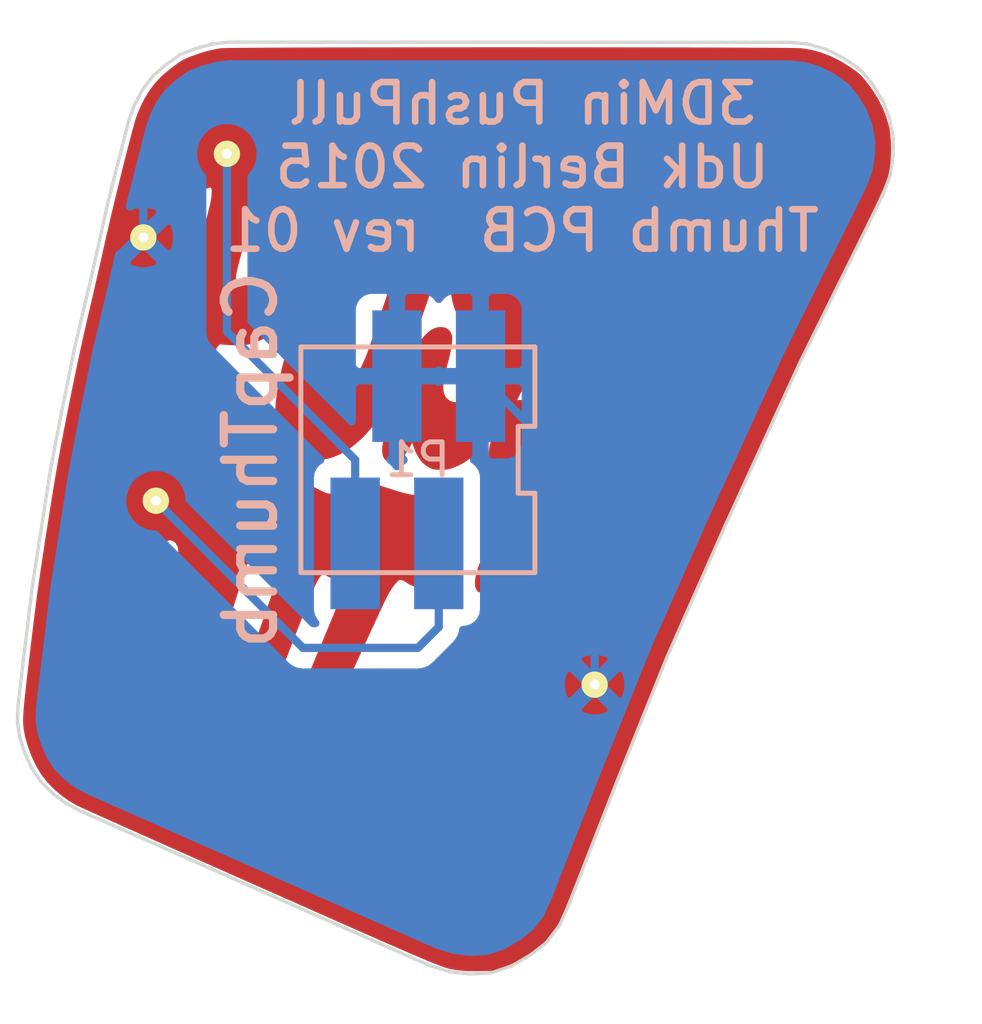
<source format=kicad_pcb>
(kicad_pcb (version 4) (host pcbnew "(2015-05-13 BZR 5653)-product")

  (general
    (links 5)
    (no_connects 0)
    (area 134.62 89.535 166.015957 120.650001)
    (thickness 1.6)
    (drawings 50)
    (tracks 14)
    (zones 0)
    (modules 2)
    (nets 4)
  )

  (page A4)
  (layers
    (0 F.Cu signal)
    (31 B.Cu signal)
    (32 B.Adhes user)
    (33 F.Adhes user)
    (34 B.Paste user)
    (35 F.Paste user)
    (36 B.SilkS user)
    (37 F.SilkS user)
    (38 B.Mask user)
    (39 F.Mask user)
    (40 Dwgs.User user)
    (41 Cmts.User user)
    (42 Eco1.User user)
    (43 Eco2.User user)
    (44 Edge.Cuts user)
    (45 Margin user)
    (46 B.CrtYd user)
    (47 F.CrtYd user)
    (48 B.Fab user)
    (49 F.Fab user)
  )

  (setup
    (last_trace_width 0.25)
    (trace_clearance 0.2)
    (zone_clearance 0.5)
    (zone_45_only no)
    (trace_min 0.2)
    (segment_width 0.2)
    (edge_width 0.1)
    (via_size 0.6)
    (via_drill 0.4)
    (via_min_size 0.4)
    (via_min_drill 0.3)
    (uvia_size 0.3)
    (uvia_drill 0.1)
    (uvias_allowed no)
    (uvia_min_size 0.2)
    (uvia_min_drill 0.1)
    (pcb_text_width 0.3)
    (pcb_text_size 1.5 1.5)
    (mod_edge_width 0.15)
    (mod_text_size 1 1)
    (mod_text_width 0.15)
    (pad_size 1.5 1.5)
    (pad_drill 0.6)
    (pad_to_mask_clearance 0)
    (aux_axis_origin 0 0)
    (grid_origin 134.62 119.38)
    (visible_elements FFFFFF7F)
    (pcbplotparams
      (layerselection 0x010f0_80000001)
      (usegerberextensions false)
      (excludeedgelayer true)
      (linewidth 0.100000)
      (plotframeref false)
      (viasonmask false)
      (mode 1)
      (useauxorigin true)
      (hpglpennumber 1)
      (hpglpenspeed 20)
      (hpglpendiameter 15)
      (hpglpenoverlay 2)
      (psnegative false)
      (psa4output false)
      (plotreference true)
      (plotvalue true)
      (plotinvisibletext false)
      (padsonsilk false)
      (subtractmaskfromsilk false)
      (outputformat 1)
      (mirror false)
      (drillshape 0)
      (scaleselection 1)
      (outputdirectory /home/istanbul/Documents/Projekte/2015/PushPull/PushPull-thumb/gerber/))
  )

  (net 0 "")
  (net 1 GND)
  (net 2 "Net-(P1-Pad1)")
  (net 3 "Net-(P1-Pad3)")

  (net_class Default "This is the default net class."
    (clearance 0.2)
    (trace_width 0.25)
    (via_dia 0.6)
    (via_drill 0.4)
    (uvia_dia 0.3)
    (uvia_drill 0.1)
    (add_net GND)
    (add_net "Net-(P1-Pad1)")
    (add_net "Net-(P1-Pad3)")
  )

  (module Pushpull:4_PIN_MM_conn (layer B.Cu) (tedit 55649429) (tstamp 5563B62B)
    (at 147.32 103.505)
    (path /5563B566)
    (fp_text reference P1 (at 0 0) (layer B.SilkS)
      (effects (font (size 1 1) (thickness 0.15)) (justify mirror))
    )
    (fp_text value CapThumb (at -5.08 0 90) (layer B.SilkS)
      (effects (font (size 1.5 1.5) (thickness 0.25)) (justify mirror))
    )
    (fp_line (start -3.556 -3.429) (end 3.556 -3.429) (layer B.SilkS) (width 0.15))
    (fp_line (start 0 3.429) (end 3.556 3.429) (layer B.SilkS) (width 0.15))
    (fp_line (start 0 3.429) (end -3.556 3.429) (layer B.SilkS) (width 0.15))
    (fp_line (start 3.556 1.016) (end 3.556 3.429) (layer B.SilkS) (width 0.15))
    (fp_line (start 3.556 -1.016) (end 3.556 -3.429) (layer B.SilkS) (width 0.15))
    (fp_line (start 3.048 -1.016) (end 3.048 1.016) (layer B.SilkS) (width 0.15))
    (fp_line (start 3.556 -1.016) (end 3.048 -1.016) (layer B.SilkS) (width 0.15))
    (fp_line (start 3.048 1.016) (end 3.556 1.016) (layer B.SilkS) (width 0.15))
    (fp_line (start -3.556 3.429) (end -3.556 -3.429) (layer B.SilkS) (width 0.15))
    (pad 1 smd rect (at -1.905 2.54) (size 1.5 4) (layers B.Cu B.Paste B.Mask)
      (net 2 "Net-(P1-Pad1)"))
    (pad 3 smd rect (at 0.635 2.54) (size 1.5 4) (layers B.Cu B.Paste B.Mask)
      (net 3 "Net-(P1-Pad3)"))
    (pad 2 smd rect (at -0.635 -2.54) (size 1.5 4) (layers B.Cu B.Paste B.Mask)
      (net 1 GND))
    (pad 4 smd rect (at 1.905 -2.54) (size 1.5 4) (layers B.Cu B.Paste B.Mask)
      (net 1 GND))
  )

  (module Pushpull:PushPull_ThumbLogo (layer F.Cu) (tedit 556495EF) (tstamp 5563B63B)
    (at 148.5011 105.0036)
    (path /5563B6AE)
    (fp_text reference P2 (at 13 4) (layer F.SilkS) hide
      (effects (font (thickness 0.3)))
    )
    (fp_text value Thumb (at 13.5 7) (layer F.SilkS) hide
      (effects (font (thickness 0.3)))
    )
    (fp_poly (pts (xy 13.151847 -10.953049) (xy 13.146924 -10.739812) (xy 13.131705 -10.533227) (xy 13.113825 -10.390714)
      (xy 13.105745 -10.338378) (xy 13.097461 -10.28861) (xy 13.088321 -10.239963) (xy 13.077674 -10.190995)
      (xy 13.06487 -10.140259) (xy 13.049256 -10.086313) (xy 13.030181 -10.027712) (xy 13.006995 -9.963011)
      (xy 12.979045 -9.890765) (xy 12.945681 -9.809532) (xy 12.906251 -9.717865) (xy 12.860104 -9.614321)
      (xy 12.806588 -9.497456) (xy 12.745053 -9.365824) (xy 12.674846 -9.217982) (xy 12.595317 -9.052486)
      (xy 12.505814 -8.86789) (xy 12.405687 -8.662751) (xy 12.294283 -8.435623) (xy 12.170951 -8.185064)
      (xy 12.03504 -7.909627) (xy 11.885899 -7.60787) (xy 11.722877 -7.278347) (xy 11.582353 -6.994428)
      (xy 11.565388 -6.96015) (xy 11.565388 -11.312308) (xy 11.563007 -11.435452) (xy 11.557398 -11.5491)
      (xy 11.548623 -11.645571) (xy 11.536743 -11.717181) (xy 11.534595 -11.725684) (xy 11.472056 -11.899988)
      (xy 11.38358 -12.053753) (xy 11.293355 -12.163698) (xy 11.179742 -12.269169) (xy 11.056905 -12.352255)
      (xy 10.914605 -12.419488) (xy 10.860843 -12.439588) (xy 10.772725 -12.468749) (xy 10.687032 -12.492181)
      (xy 10.59834 -12.51056) (xy 10.501227 -12.524565) (xy 10.390272 -12.534872) (xy 10.260053 -12.542157)
      (xy 10.105147 -12.547099) (xy 9.980386 -12.549505) (xy 9.934988 -12.550003) (xy 9.856786 -12.550595)
      (xy 9.746865 -12.551278) (xy 9.606311 -12.552046) (xy 9.436209 -12.552898) (xy 9.237643 -12.553827)
      (xy 9.0117 -12.554831) (xy 8.759464 -12.555905) (xy 8.482022 -12.557045) (xy 8.180456 -12.558248)
      (xy 7.855855 -12.559509) (xy 7.509301 -12.560824) (xy 7.141881 -12.56219) (xy 6.75468 -12.563602)
      (xy 6.348783 -12.565056) (xy 5.925275 -12.566549) (xy 5.485242 -12.568076) (xy 5.029768 -12.569633)
      (xy 4.55994 -12.571217) (xy 4.076841 -12.572823) (xy 3.581559 -12.574447) (xy 3.075176 -12.576086)
      (xy 2.55878 -12.577734) (xy 2.033454 -12.57939) (xy 1.500285 -12.581047) (xy 1.028458 -12.582496)
      (xy -7.474438 -12.608439) (xy -7.563243 -12.567783) (xy -7.657987 -12.514307) (xy -7.745689 -12.441942)
      (xy -7.833479 -12.344551) (xy -7.856026 -12.315901) (xy -7.953551 -12.170884) (xy -8.047827 -11.994416)
      (xy -8.13806 -11.788845) (xy -8.223455 -11.556518) (xy -8.303217 -11.299785) (xy -8.376551 -11.020995)
      (xy -8.442662 -10.722494) (xy -8.499333 -10.415167) (xy -8.516021 -10.313967) (xy -8.527269 -10.239212)
      (xy -8.533392 -10.183951) (xy -8.534705 -10.14123) (xy -8.531525 -10.1041) (xy -8.524168 -10.065607)
      (xy -8.516648 -10.033913) (xy -8.476843 -9.909495) (xy -8.416219 -9.770323) (xy -8.339153 -9.624308)
      (xy -8.25002 -9.479362) (xy -8.153196 -9.343395) (xy -8.094822 -9.271279) (xy -8.075734 -9.250121)
      (xy -8.058368 -9.232002) (xy -8.04299 -9.215153) (xy -8.029868 -9.197805) (xy -8.019267 -9.178187)
      (xy -8.011453 -9.15453) (xy -8.006693 -9.125063) (xy -8.005252 -9.088018) (xy -8.007398 -9.041624)
      (xy -8.013396 -8.984112) (xy -8.023512 -8.913712) (xy -8.038012 -8.828655) (xy -8.057163 -8.72717)
      (xy -8.081232 -8.607488) (xy -8.110483 -8.467838) (xy -8.145184 -8.306453) (xy -8.1856 -8.121561)
      (xy -8.231999 -7.911392) (xy -8.284645 -7.674178) (xy -8.343805 -7.408148) (xy -8.409746 -7.111533)
      (xy -8.440568 -6.972715) (xy -8.49845 -6.712343) (xy -8.554701 -6.460183) (xy -8.608845 -6.218321)
      (xy -8.660409 -5.988842) (xy -8.708916 -5.773832) (xy -8.753892 -5.575376) (xy -8.794862 -5.395559)
      (xy -8.83135 -5.236468) (xy -8.862882 -5.100187) (xy -8.888983 -4.988802) (xy -8.909177 -4.904399)
      (xy -8.922989 -4.849063) (xy -8.929694 -4.825505) (xy -8.993501 -4.69696) (xy -9.079896 -4.589946)
      (xy -9.190465 -4.503334) (xy -9.326789 -4.435995) (xy -9.490452 -4.3868) (xy -9.56611 -4.371561)
      (xy -9.649664 -4.354552) (xy -9.729292 -4.33447) (xy -9.793666 -4.314352) (xy -9.820741 -4.303293)
      (xy -9.903929 -4.250094) (xy -9.984952 -4.176086) (xy -10.052162 -4.092909) (xy -10.081259 -4.042939)
      (xy -10.095783 -4.001806) (xy -10.114441 -3.931813) (xy -10.136388 -3.837623) (xy -10.160779 -3.723897)
      (xy -10.186768 -3.595299) (xy -10.213511 -3.456489) (xy -10.24016 -3.31213) (xy -10.265872 -3.166884)
      (xy -10.2898 -3.025413) (xy -10.311099 -2.892379) (xy -10.328925 -2.772444) (xy -10.342431 -2.670271)
      (xy -10.350772 -2.59052) (xy -10.353169 -2.543454) (xy -10.344658 -2.402888) (xy -10.316752 -2.279058)
      (xy -10.265897 -2.160845) (xy -10.193508 -2.044218) (xy -10.123355 -1.92845) (xy -10.083309 -1.824685)
      (xy -10.072695 -1.730741) (xy -10.08034 -1.677518) (xy -10.092043 -1.642955) (xy -10.115358 -1.583929)
      (xy -10.147659 -1.506731) (xy -10.186323 -1.417655) (xy -10.221632 -1.338626) (xy -10.346697 -1.055074)
      (xy -10.45944 -0.784566) (xy -10.559365 -0.528772) (xy -10.645977 -0.289362) (xy -10.718781 -0.068005)
      (xy -10.777282 0.133626) (xy -10.820984 0.313864) (xy -10.849394 0.471037) (xy -10.862015 0.603475)
      (xy -10.858353 0.709508) (xy -10.845839 0.767117) (xy -10.8082 0.834832) (xy -10.748389 0.893422)
      (xy -10.677776 0.932954) (xy -10.645826 0.941822) (xy -10.578531 0.958572) (xy -10.534344 0.984318)
      (xy -10.502503 1.026957) (xy -10.487417 1.058054) (xy -10.451688 1.170912) (xy -10.432897 1.310264)
      (xy -10.430937 1.47727) (xy -10.437831 1.591668) (xy -10.457851 1.800903) (xy -10.484681 2.031206)
      (xy -10.517468 2.277828) (xy -10.555361 2.536018) (xy -10.597508 2.801027) (xy -10.643058 3.068104)
      (xy -10.691158 3.3325) (xy -10.740958 3.589466) (xy -10.791605 3.83425) (xy -10.842248 4.062103)
      (xy -10.892035 4.268275) (xy -10.940115 4.448017) (xy -10.965153 4.532689) (xy -11.018139 4.693705)
      (xy -11.06872 4.823393) (xy -11.118462 4.924079) (xy -11.168934 4.998092) (xy -11.221703 5.047757)
      (xy -11.278338 5.075401) (xy -11.33623 5.083389) (xy -11.385471 5.089051) (xy -11.421993 5.101036)
      (xy -11.44885 5.127875) (xy -11.484339 5.181688) (xy -11.526152 5.257374) (xy -11.571982 5.349831)
      (xy -11.61952 5.453959) (xy -11.666458 5.564655) (xy -11.710489 5.67682) (xy -11.749305 5.785352)
      (xy -11.780598 5.885149) (xy -11.786729 5.907221) (xy -11.81699 6.054276) (xy -11.833507 6.21334)
      (xy -11.836136 6.37389) (xy -11.82473 6.5254) (xy -11.799144 6.657348) (xy -11.797184 6.664309)
      (xy -11.732349 6.845523) (xy -11.644758 7.012563) (xy -11.530928 7.170928) (xy -11.387369 7.326122)
      (xy -11.362828 7.349683) (xy -11.287361 7.417312) (xy -11.202351 7.487537) (xy -11.120528 7.550078)
      (xy -11.077588 7.580082) (xy -10.981533 7.640003) (xy -10.86927 7.703758) (xy -10.745534 7.769215)
      (xy -10.615059 7.834244) (xy -10.48258 7.896715) (xy -10.352831 7.954496) (xy -10.230548 8.005456)
      (xy -10.120464 8.047466) (xy -10.027315 8.078395) (xy -9.955834 8.096112) (xy -9.92329 8.099533)
      (xy -9.84582 8.086796) (xy -9.770394 8.047383) (xy -9.694875 7.979487) (xy -9.617124 7.881303)
      (xy -9.559453 7.792315) (xy -9.522348 7.734626) (xy -9.493626 7.700766) (xy -9.466531 7.68424)
      (xy -9.441772 7.679164) (xy -9.405519 7.68052) (xy -9.380506 7.696821) (xy -9.363415 7.733509)
      (xy -9.350927 7.796027) (xy -9.345583 7.836891) (xy -9.332678 7.926327) (xy -9.314459 8.0279)
      (xy -9.293148 8.131075) (xy -9.270971 8.225318) (xy -9.25015 8.300093) (xy -9.243732 8.319331)
      (xy -9.218796 8.375237) (xy -9.188879 8.423958) (xy -9.179181 8.435805) (xy -9.149499 8.458283)
      (xy -9.0908 8.493606) (xy -9.005028 8.540837) (xy -8.894126 8.599041) (xy -8.760038 8.66728)
      (xy -8.604709 8.74462) (xy -8.430081 8.830124) (xy -8.238098 8.922856) (xy -8.030705 9.02188)
      (xy -7.809845 9.126261) (xy -7.577463 9.235062) (xy -7.335501 9.347347) (xy -7.085903 9.46218)
      (xy -6.830615 9.578625) (xy -6.571578 9.695747) (xy -6.43896 9.7553) (xy -6.203307 9.860489)
      (xy -5.951851 9.972019) (xy -5.686474 10.08909) (xy -5.409058 10.2109) (xy -5.121487 10.336647)
      (xy -4.825641 10.46553) (xy -4.523404 10.596746) (xy -4.216658 10.729495) (xy -3.907286 10.862974)
      (xy -3.597169 10.996382) (xy -3.288191 11.128917) (xy -2.982233 11.259777) (xy -2.681179 11.388162)
      (xy -2.38691 11.513268) (xy -2.101308 11.634295) (xy -1.826257 11.750441) (xy -1.563639 11.860903)
      (xy -1.315336 11.964881) (xy -1.08323 12.061573) (xy -0.869205 12.150177) (xy -0.675141 12.229891)
      (xy -0.502923 12.299914) (xy -0.354431 12.359444) (xy -0.231549 12.407679) (xy -0.136159 12.443818)
      (xy -0.076251 12.465045) (xy 0.016453 12.495278) (xy 0.086148 12.515646) (xy 0.141682 12.527836)
      (xy 0.191904 12.533535) (xy 0.245665 12.534433) (xy 0.282204 12.533408) (xy 0.363052 12.52802)
      (xy 0.42603 12.516278) (xy 0.487065 12.49433) (xy 0.533665 12.472556) (xy 0.606128 12.431165)
      (xy 0.680721 12.37646) (xy 0.759408 12.306234) (xy 0.84415 12.218278) (xy 0.936908 12.110385)
      (xy 1.039646 11.980345) (xy 1.154326 11.825951) (xy 1.282908 11.644995) (xy 1.3328 11.573182)
      (xy 1.384808 11.498989) (xy 1.453174 11.403049) (xy 1.533982 11.29077) (xy 1.623318 11.16756)
      (xy 1.717264 11.038829) (xy 1.811905 10.909983) (xy 1.866491 10.836091) (xy 2.146213 10.454544)
      (xy 2.402685 10.096779) (xy 2.636244 9.762243) (xy 2.847229 9.450382) (xy 3.035975 9.160646)
      (xy 3.202821 8.89248) (xy 3.348103 8.645332) (xy 3.472159 8.41865) (xy 3.575326 8.211881)
      (xy 3.657941 8.024473) (xy 3.720341 7.855872) (xy 3.753493 7.743696) (xy 3.776568 7.602487)
      (xy 3.775971 7.457165) (xy 3.752469 7.318379) (xy 3.715187 7.213772) (xy 3.635738 7.083705)
      (xy 3.524958 6.965279) (xy 3.383445 6.858787) (xy 3.211803 6.764524) (xy 3.01063 6.682787)
      (xy 2.78053 6.613868) (xy 2.522102 6.558063) (xy 2.310546 6.525058) (xy 2.195704 6.508334)
      (xy 2.111175 6.492594) (xy 2.053432 6.477053) (xy 2.018945 6.460927) (xy 2.017575 6.459951)
      (xy 1.964055 6.403858) (xy 1.929403 6.333331) (xy 1.919562 6.261051) (xy 1.920367 6.252568)
      (xy 1.930855 6.224734) (xy 1.958836 6.168337) (xy 2.004114 6.083722) (xy 2.066496 5.971233)
      (xy 2.145787 5.831216) (xy 2.241791 5.664015) (xy 2.354315 5.469975) (xy 2.483164 5.24944)
      (xy 2.580671 5.083389) (xy 2.68636 4.903956) (xy 2.788106 4.731655) (xy 2.884451 4.56893)
      (xy 2.973939 4.418221) (xy 3.055111 4.281971) (xy 3.126508 4.162622) (xy 3.186675 4.062615)
      (xy 3.234152 3.984392) (xy 3.267483 3.930396) (xy 3.285208 3.903068) (xy 3.285674 3.902425)
      (xy 3.366238 3.817266) (xy 3.468979 3.745762) (xy 3.583991 3.692988) (xy 3.701367 3.664016)
      (xy 3.758922 3.66004) (xy 3.806958 3.662014) (xy 3.879418 3.667413) (xy 3.967101 3.675451)
      (xy 4.060803 3.685343) (xy 4.076663 3.687152) (xy 4.174409 3.696945) (xy 4.271593 3.704104)
      (xy 4.357576 3.708) (xy 4.421717 3.708009) (xy 4.426673 3.707763) (xy 4.541724 3.701262)
      (xy 4.728931 3.515441) (xy 5.038971 3.188957) (xy 5.328431 2.846182) (xy 5.595201 2.490347)
      (xy 5.83717 2.124686) (xy 6.052228 1.752431) (xy 6.238264 1.376813) (xy 6.393168 1.001066)
      (xy 6.42112 0.923653) (xy 6.476596 0.753131) (xy 6.521941 0.586997) (xy 6.556364 0.429893)
      (xy 6.579077 0.286464) (xy 6.58929 0.161353) (xy 6.586213 0.059202) (xy 6.576852 0.007827)
      (xy 6.545376 -0.072194) (xy 6.492355 -0.166728) (xy 6.42233 -0.268657) (xy 6.339842 -0.370864)
      (xy 6.323508 -0.389312) (xy 6.279418 -0.440224) (xy 6.247918 -0.480264) (xy 6.233049 -0.504074)
      (xy 6.233787 -0.508339) (xy 6.257766 -0.518061) (xy 6.303352 -0.544771) (xy 6.365297 -0.584783)
      (xy 6.438354 -0.634411) (xy 6.517277 -0.68997) (xy 6.596819 -0.747775) (xy 6.671732 -0.80414)
      (xy 6.736769 -0.85538) (xy 6.780943 -0.892662) (xy 6.944081 -1.049575) (xy 7.079281 -1.207983)
      (xy 7.190918 -1.374872) (xy 7.283369 -1.557224) (xy 7.361007 -1.762025) (xy 7.395023 -1.872875)
      (xy 7.457193 -2.139072) (xy 7.492842 -2.408797) (xy 7.502103 -2.677211) (xy 7.485112 -2.939475)
      (xy 7.442004 -3.19075) (xy 7.372913 -3.426199) (xy 7.35003 -3.485913) (xy 7.309229 -3.586927)
      (xy 7.569787 -4.144531) (xy 7.731771 -4.491788) (xy 7.893768 -4.840245) (xy 8.054505 -5.18712)
      (xy 8.212708 -5.529628) (xy 8.367103 -5.864986) (xy 8.516416 -6.190412) (xy 8.659373 -6.503121)
      (xy 8.7947 -6.80033) (xy 8.921125 -7.079256) (xy 9.037372 -7.337115) (xy 9.142168 -7.571124)
      (xy 9.234239 -7.778499) (xy 9.269476 -7.858506) (xy 9.368031 -8.072858) (xy 9.46395 -8.258316)
      (xy 9.560985 -8.41927) (xy 9.662886 -8.560106) (xy 9.773405 -8.685215) (xy 9.896293 -8.798984)
      (xy 10.035302 -8.905801) (xy 10.194183 -9.010056) (xy 10.314765 -9.081312) (xy 10.486315 -9.195363)
      (xy 10.655816 -9.338619) (xy 10.820085 -9.506419) (xy 10.975938 -9.694097) (xy 11.120192 -9.89699)
      (xy 11.249665 -10.110434) (xy 11.361171 -10.329766) (xy 11.451529 -10.550321) (xy 11.517555 -10.767435)
      (xy 11.541403 -10.878452) (xy 11.552549 -10.962743) (xy 11.560221 -11.068271) (xy 11.56448 -11.187354)
      (xy 11.565388 -11.312308) (xy 11.565388 -6.96015) (xy 11.416875 -6.660077) (xy 11.265179 -6.353422)
      (xy 11.125995 -6.071799) (xy 10.998051 -5.812541) (xy 10.880076 -5.572984) (xy 10.770797 -5.350462)
      (xy 10.668943 -5.14231) (xy 10.573244 -4.945862) (xy 10.482426 -4.758454) (xy 10.395219 -4.57742)
      (xy 10.310351 -4.400095) (xy 10.22655 -4.223813) (xy 10.142545 -4.045909) (xy 10.057065 -3.863717)
      (xy 9.968837 -3.674573) (xy 9.876591 -3.475812) (xy 9.779054 -3.264766) (xy 9.674956 -3.038773)
      (xy 9.563024 -2.795165) (xy 9.441987 -2.531279) (xy 9.310573 -2.244447) (xy 9.175123 -1.948632)
      (xy 9.03151 -1.63444) (xy 8.879926 -1.301871) (xy 8.722185 -0.95495) (xy 8.560103 -0.597702)
      (xy 8.395495 -0.234152) (xy 8.230176 0.131677) (xy 8.06596 0.495758) (xy 7.904663 0.854068)
      (xy 7.7481 1.202582) (xy 7.598084 1.537275) (xy 7.456432 1.854123) (xy 7.324958 2.1491)
      (xy 7.205478 2.418182) (xy 7.181833 2.471582) (xy 7.046739 2.777016) (xy 6.92397 3.055041)
      (xy 6.81203 3.309194) (xy 6.709425 3.543008) (xy 6.614658 3.76002) (xy 6.526233 3.963763)
      (xy 6.442657 4.157774) (xy 6.362432 4.345587) (xy 6.284064 4.530737) (xy 6.206056 4.716759)
      (xy 6.126915 4.907188) (xy 6.045143 5.10556) (xy 5.959246 5.31541) (xy 5.867728 5.540271)
      (xy 5.769094 5.78368) (xy 5.661848 6.049172) (xy 5.544494 6.340281) (xy 5.530472 6.375093)
      (xy 5.412969 6.667402) (xy 5.285966 6.984417) (xy 5.151611 7.320723) (xy 5.012053 7.670903)
      (xy 4.869439 8.029541) (xy 4.725919 8.391221) (xy 4.58364 8.750528) (xy 4.444751 9.102046)
      (xy 4.311401 9.440357) (xy 4.185737 9.760048) (xy 4.069907 10.0557) (xy 4.03114 10.154927)
      (xy 3.934763 10.401474) (xy 3.83992 10.643456) (xy 3.747551 10.878502) (xy 3.658598 11.104244)
      (xy 3.574003 11.318312) (xy 3.494707 11.518338) (xy 3.421652 11.701951) (xy 3.35578 11.866784)
      (xy 3.298031 12.010467) (xy 3.249348 12.13063) (xy 3.210671 12.224905) (xy 3.182944 12.290921)
      (xy 3.175025 12.309122) (xy 3.12501 12.420146) (xy 3.082271 12.508953) (xy 3.041431 12.584763)
      (xy 2.997112 12.656798) (xy 2.943939 12.734279) (xy 2.876535 12.826428) (xy 2.862116 12.845766)
      (xy 2.792435 12.938044) (xy 2.735611 13.009733) (xy 2.684856 13.067856) (xy 2.633377 13.119435)
      (xy 2.574385 13.171492) (xy 2.501089 13.231051) (xy 2.452748 13.269137) (xy 2.357495 13.340616)
      (xy 2.244088 13.420777) (xy 2.123977 13.501806) (xy 2.008612 13.575889) (xy 1.956457 13.607783)
      (xy 1.84947 13.670807) (xy 1.760088 13.720341) (xy 1.678264 13.761068) (xy 1.593948 13.797671)
      (xy 1.497095 13.834832) (xy 1.38034 13.876303) (xy 1.075984 13.982115) (xy 0.677785 13.988628)
      (xy 0.532512 13.990379) (xy 0.41362 13.990169) (xy 0.313645 13.987696) (xy 0.225119 13.982661)
      (xy 0.140575 13.974766) (xy 0.052548 13.96371) (xy 0.050833 13.963473) (xy 0.010489 13.957978)
      (xy -0.027423 13.952814) (xy -0.063913 13.947555) (xy -0.099991 13.941777) (xy -0.136667 13.935056)
      (xy -0.174951 13.926969) (xy -0.215854 13.917091) (xy -0.260385 13.904999) (xy -0.309556 13.890267)
      (xy -0.364375 13.872473) (xy -0.425854 13.851192) (xy -0.495003 13.825999) (xy -0.572831 13.796472)
      (xy -0.660348 13.762185) (xy -0.758566 13.722715) (xy -0.868494 13.677638) (xy -0.991143 13.626529)
      (xy -1.127522 13.568966) (xy -1.278642 13.504522) (xy -1.445512 13.432776) (xy -1.629144 13.353301)
      (xy -1.830548 13.265675) (xy -2.050732 13.169474) (xy -2.290709 13.064272) (xy -2.551487 12.949647)
      (xy -2.834077 12.825174) (xy -3.13949 12.690429) (xy -3.468735 12.544989) (xy -3.822823 12.388428)
      (xy -4.202763 12.220323) (xy -4.609567 12.04025) (xy -5.044243 11.847785) (xy -5.507803 11.642503)
      (xy -6.001257 11.423981) (xy -6.047544 11.403484) (xy -6.452992 11.223885) (xy -6.851522 11.047239)
      (xy -7.241952 10.874074) (xy -7.623101 10.704917) (xy -7.993788 10.540295) (xy -8.35283 10.380735)
      (xy -8.699047 10.226765) (xy -9.031257 10.078912) (xy -9.348279 9.937704) (xy -9.648931 9.803668)
      (xy -9.932032 9.677331) (xy -10.1964 9.559221) (xy -10.440855 9.449864) (xy -10.664214 9.349788)
      (xy -10.865296 9.259521) (xy -11.042921 9.17959) (xy -11.195905 9.110522) (xy -11.323069 9.052845)
      (xy -11.42323 9.007085) (xy -11.495207 8.97377) (xy -11.537819 8.953428) (xy -11.546076 8.949204)
      (xy -11.781279 8.808254) (xy -12.005887 8.645174) (xy -12.214394 8.464816) (xy -12.401296 8.272037)
      (xy -12.561089 8.071691) (xy -12.592682 8.026157) (xy -12.71207 7.829894) (xy -12.823029 7.61016)
      (xy -12.921967 7.376186) (xy -13.005288 7.137204) (xy -13.0694 6.902447) (xy -13.107531 6.703598)
      (xy -13.115023 6.649239) (xy -13.121122 6.59531) (xy -13.125662 6.539774) (xy -13.128475 6.480596)
      (xy -13.129395 6.415742) (xy -13.128256 6.343176) (xy -13.124889 6.260862) (xy -13.119129 6.166766)
      (xy -13.110809 6.058853) (xy -13.099762 5.935086) (xy -13.08582 5.793432) (xy -13.068818 5.631854)
      (xy -13.048588 5.448317) (xy -13.024964 5.240787) (xy -12.997779 5.007227) (xy -12.966866 4.745603)
      (xy -12.932058 4.453879) (xy -12.903908 4.219213) (xy -12.86787 3.919872) (xy -12.835159 3.649882)
      (xy -12.80518 3.404934) (xy -12.777341 3.180717) (xy -12.751049 2.972921) (xy -12.725709 2.777235)
      (xy -12.700729 2.589351) (xy -12.675514 2.404956) (xy -12.649472 2.219742) (xy -12.62201 2.029399)
      (xy -12.592533 1.829614) (xy -12.560448 1.61608) (xy -12.525162 1.384485) (xy -12.486081 1.130519)
      (xy -12.442613 0.849872) (xy -12.419826 0.703202) (xy -12.362648 0.337201) (xy -12.309622 0.001613)
      (xy -12.260219 -0.306714) (xy -12.213909 -0.590932) (xy -12.170163 -0.854191) (xy -12.12845 -1.099644)
      (xy -12.088241 -1.330442) (xy -12.049007 -1.549737) (xy -12.010217 -1.760679) (xy -11.971342 -1.966422)
      (xy -11.969881 -1.974049) (xy -11.87062 -2.487194) (xy -11.772141 -2.986773) (xy -11.674974 -3.470255)
      (xy -11.57965 -3.935108) (xy -11.486697 -4.3788) (xy -11.396645 -4.798802) (xy -11.310024 -5.19258)
      (xy -11.227364 -5.557603) (xy -11.158001 -5.85437) (xy -11.116436 -6.030366) (xy -11.06886 -6.233741)
      (xy -11.016585 -6.458785) (xy -10.960921 -6.69979) (xy -10.90318 -6.951045) (xy -10.844674 -7.206841)
      (xy -10.786713 -7.461467) (xy -10.730609 -7.709216) (xy -10.677675 -7.944376) (xy -10.665686 -7.997865)
      (xy -10.609169 -8.247896) (xy -10.549382 -8.507993) (xy -10.486968 -8.775598) (xy -10.422569 -9.048155)
      (xy -10.356827 -9.323107) (xy -10.290383 -9.597895) (xy -10.22388 -9.869964) (xy -10.15796 -10.136755)
      (xy -10.093265 -10.395712) (xy -10.030437 -10.644277) (xy -9.970117 -10.879894) (xy -9.912949 -11.100005)
      (xy -9.859573 -11.302052) (xy -9.810631 -11.48348) (xy -9.766767 -11.64173) (xy -9.728621 -11.774246)
      (xy -9.696836 -11.878469) (xy -9.675173 -11.943257) (xy -9.565521 -12.212798) (xy -9.435595 -12.467882)
      (xy -9.288128 -12.704273) (xy -9.12585 -12.917733) (xy -8.951495 -13.104026) (xy -8.890825 -13.159654)
      (xy -8.807679 -13.230349) (xy -8.708659 -13.310763) (xy -8.605764 -13.391341) (xy -8.510996 -13.462527)
      (xy -8.504722 -13.467095) (xy -8.415682 -13.530541) (xy -8.342311 -13.578835) (xy -8.274175 -13.617621)
      (xy -8.200835 -13.652542) (xy -8.111855 -13.68924) (xy -8.0487 -13.713666) (xy -7.804943 -13.799869)
      (xy -7.569072 -13.869865) (xy -7.347282 -13.922001) (xy -7.145876 -13.954609) (xy -7.111517 -13.956649)
      (xy -7.044516 -13.95861) (xy -6.946123 -13.960493) (xy -6.817585 -13.962298) (xy -6.660151 -13.964025)
      (xy -6.475069 -13.965674) (xy -6.263586 -13.967245) (xy -6.026952 -13.968739) (xy -5.766415 -13.970155)
      (xy -5.483222 -13.971493) (xy -5.178622 -13.972754) (xy -4.853863 -13.973937) (xy -4.510193 -13.975043)
      (xy -4.148861 -13.976071) (xy -3.771115 -13.977022) (xy -3.378202 -13.977896) (xy -2.971371 -13.978692)
      (xy -2.551871 -13.97941) (xy -2.120949 -13.980052) (xy -1.679854 -13.980617) (xy -1.229834 -13.981104)
      (xy -0.772137 -13.981515) (xy -0.308012 -13.981849) (xy 0.161294 -13.982105) (xy 0.634533 -13.982285)
      (xy 1.110455 -13.982388) (xy 1.587814 -13.982414) (xy 2.06536 -13.982364) (xy 2.541845 -13.982237)
      (xy 3.016022 -13.982033) (xy 3.486642 -13.981753) (xy 3.952456 -13.981396) (xy 4.412217 -13.980963)
      (xy 4.864677 -13.980453) (xy 5.308587 -13.979867) (xy 5.742699 -13.979206) (xy 6.165765 -13.978468)
      (xy 6.576536 -13.977653) (xy 6.973765 -13.976762) (xy 7.356203 -13.975795) (xy 7.722602 -13.974753)
      (xy 8.071714 -13.973634) (xy 8.40229 -13.972439) (xy 8.713083 -13.971168) (xy 9.002844 -13.969822)
      (xy 9.270325 -13.968399) (xy 9.514278 -13.966901) (xy 9.733455 -13.965328) (xy 9.926606 -13.963678)
      (xy 10.092485 -13.961953) (xy 10.229843 -13.960153) (xy 10.337432 -13.958277) (xy 10.414003 -13.956326)
      (xy 10.458309 -13.954299) (xy 10.463308 -13.953873) (xy 10.762139 -13.907093) (xy 11.059499 -13.826677)
      (xy 11.354773 -13.71287) (xy 11.647347 -13.565915) (xy 11.936605 -13.386055) (xy 11.988325 -13.350168)
      (xy 12.0807 -13.284123) (xy 12.152429 -13.229702) (xy 12.211157 -13.179876) (xy 12.264529 -13.127611)
      (xy 12.320192 -13.065878) (xy 12.38579 -12.987644) (xy 12.395895 -12.975349) (xy 12.594594 -12.711356)
      (xy 12.764949 -12.438857) (xy 12.905667 -12.160474) (xy 13.015457 -11.878829) (xy 13.093028 -11.596542)
      (xy 13.105548 -11.535099) (xy 13.131089 -11.360449) (xy 13.146545 -11.16318) (xy 13.151847 -10.953049)
      (xy 13.151847 -10.953049)) (layer F.Cu) (width 0.1))
    (fp_poly (pts (xy 6.025569 0.137958) (xy 6.022746 0.268645) (xy 5.995061 0.42097) (xy 5.942548 0.594621)
      (xy 5.865238 0.789284) (xy 5.769928 0.991261) (xy 5.653765 1.209898) (xy 5.527405 1.425746)
      (xy 5.392771 1.636702) (xy 5.251785 1.840664) (xy 5.106366 2.035527) (xy 4.958439 2.21919)
      (xy 4.809923 2.389548) (xy 4.66274 2.544499) (xy 4.518813 2.681939) (xy 4.380062 2.799765)
      (xy 4.248409 2.895875) (xy 4.125776 2.968165) (xy 4.014085 3.014531) (xy 3.915256 3.032871)
      (xy 3.904366 3.033089) (xy 3.852647 3.029119) (xy 3.798366 3.015559) (xy 3.735721 2.989933)
      (xy 3.658909 2.949768) (xy 3.562127 2.892588) (xy 3.533293 2.874826) (xy 3.437203 2.821869)
      (xy 3.357819 2.793561) (xy 3.29021 2.788467) (xy 3.257589 2.794653) (xy 3.177115 2.831252)
      (xy 3.08472 2.897612) (xy 2.981746 2.992311) (xy 2.869536 3.113925) (xy 2.749431 3.261029)
      (xy 2.622772 3.432199) (xy 2.530079 3.566845) (xy 2.507471 3.601599) (xy 2.468111 3.663272)
      (xy 2.413157 3.75001) (xy 2.343767 3.85996) (xy 2.261096 3.99127) (xy 2.166303 4.142088)
      (xy 2.060544 4.310559) (xy 1.944977 4.494831) (xy 1.820759 4.693052) (xy 1.689046 4.903369)
      (xy 1.550997 5.123928) (xy 1.407769 5.352878) (xy 1.260518 5.588365) (xy 1.110401 5.828536)
      (xy 0.958577 6.071539) (xy 0.806201 6.31552) (xy 0.654432 6.558628) (xy 0.504426 6.799009)
      (xy 0.357341 7.03481) (xy 0.214333 7.264179) (xy 0.07656 7.485263) (xy -0.05482 7.696208)
      (xy -0.178652 7.895163) (xy -0.293777 8.080274) (xy -0.399038 8.249689) (xy -0.493279 8.401555)
      (xy -0.575342 8.534018) (xy -0.644069 8.645227) (xy -0.698305 8.733327) (xy -0.73689 8.796468)
      (xy -0.757145 8.83019) (xy -0.840324 8.979633) (xy -0.901323 9.108014) (xy -0.941447 9.218703)
      (xy -0.962002 9.31507) (xy -0.965487 9.368138) (xy -0.961427 9.423193) (xy -0.946399 9.470143)
      (xy -0.916839 9.511917) (xy -0.869182 9.551446) (xy -0.799865 9.591657) (xy -0.705323 9.63548)
      (xy -0.581992 9.685845) (xy -0.576118 9.688151) (xy -0.482674 9.724299) (xy -0.395121 9.757259)
      (xy -0.320547 9.784429) (xy -0.266039 9.803208) (xy -0.245698 9.809424) (xy -0.13655 9.825852)
      (xy -0.015484 9.822611) (xy 0.102219 9.800247) (xy 0.114631 9.796542) (xy 0.208449 9.760362)
      (xy 0.29878 9.710211) (xy 0.387641 9.643817) (xy 0.477045 9.558909) (xy 0.569009 9.453214)
      (xy 0.665548 9.324461) (xy 0.768678 9.170379) (xy 0.880414 8.988696) (xy 0.973817 8.828152)
      (xy 1.082653 8.640654) (xy 1.180703 8.479408) (xy 1.271284 8.339849) (xy 1.357714 8.217415)
      (xy 1.443312 8.107543) (xy 1.531396 8.005669) (xy 1.625283 7.90723) (xy 1.688446 7.845364)
      (xy 1.859049 7.694594) (xy 2.028643 7.569283) (xy 2.195209 7.470248) (xy 2.356731 7.398304)
      (xy 2.51119 7.354269) (xy 2.656571 7.33896) (xy 2.790856 7.353194) (xy 2.855923 7.372651)
      (xy 2.963163 7.425018) (xy 3.040745 7.492067) (xy 3.090267 7.576333) (xy 3.113326 7.680354)
      (xy 3.113646 7.781656) (xy 3.104321 7.866628) (xy 3.087176 7.946943) (xy 3.059454 8.031195)
      (xy 3.018401 8.127979) (xy 2.970912 8.226618) (xy 2.92372 8.316719) (xy 2.870118 8.409825)
      (xy 2.808335 8.508335) (xy 2.736601 8.614647) (xy 2.653145 8.73116) (xy 2.556195 8.860273)
      (xy 2.443981 9.004385) (xy 2.314732 9.165894) (xy 2.166677 9.347199) (xy 1.998045 9.550699)
      (xy 1.957635 9.599133) (xy 1.796967 9.792929) (xy 1.654059 9.968764) (xy 1.523672 10.133565)
      (xy 1.400566 10.29426) (xy 1.279502 10.457779) (xy 1.15524 10.631048) (xy 1.022541 10.820997)
      (xy 0.913384 10.979955) (xy 0.795931 11.149502) (xy 0.692811 11.292492) (xy 0.601464 11.41175)
      (xy 0.519335 11.5101) (xy 0.443865 11.590366) (xy 0.372496 11.655373) (xy 0.302672 11.707943)
      (xy 0.231834 11.750903) (xy 0.20061 11.767032) (xy 0.068905 11.818129) (xy -0.057374 11.839857)
      (xy -0.174344 11.831713) (xy -0.214832 11.820916) (xy -0.274549 11.796874) (xy -0.361056 11.755285)
      (xy -0.472701 11.69703) (xy -0.607834 11.62299) (xy -0.764804 11.534049) (xy -0.91501 11.446895)
      (xy -1.042581 11.374285) (xy -1.18932 11.294363) (xy -1.350805 11.209268) (xy -1.522611 11.121144)
      (xy -1.700314 11.032131) (xy -1.87949 10.944371) (xy -2.055715 10.860005) (xy -2.224564 10.781176)
      (xy -2.381615 10.710024) (xy -2.522442 10.648692) (xy -2.642622 10.59932) (xy -2.737731 10.56405)
      (xy -2.741281 10.562852) (xy -2.804662 10.544006) (xy -2.891106 10.521646) (xy -2.990323 10.498277)
      (xy -3.092027 10.476406) (xy -3.116214 10.471549) (xy -3.251179 10.443046) (xy -3.356568 10.416273)
      (xy -3.436538 10.389716) (xy -3.495247 10.36186) (xy -3.536853 10.331191) (xy -3.554462 10.31193)
      (xy -3.577949 10.28543) (xy -3.600752 10.275492) (xy -3.635688 10.279287) (xy -3.667669 10.286945)
      (xy -3.729369 10.297103) (xy -3.78912 10.2987) (xy -3.804831 10.297022) (xy -3.863608 10.279607)
      (xy -3.949436 10.242091) (xy -4.062148 10.184559) (xy -4.201574 10.107099) (xy -4.367547 10.009795)
      (xy -4.395479 9.993038) (xy -4.525126 9.917427) (xy -4.672091 9.835792) (xy -4.831306 9.750635)
      (xy -4.997703 9.664459) (xy -5.166215 9.579763) (xy -5.331775 9.49905) (xy -5.489314 9.42482)
      (xy -5.633765 9.359576) (xy -5.76006 9.305818) (xy -5.863133 9.266048) (xy -5.880756 9.259911)
      (xy -5.947405 9.240596) (xy -6.034036 9.220147) (xy -6.127003 9.201629) (xy -6.178221 9.19302)
      (xy -6.318596 9.166106) (xy -6.427382 9.13322) (xy -6.506482 9.093562) (xy -6.5578 9.046331)
      (xy -6.569075 9.028741) (xy -6.587686 8.972451) (xy -6.598731 8.891123) (xy -6.602326 8.792728)
      (xy -6.598585 8.685236) (xy -6.587625 8.576615) (xy -6.569561 8.474837) (xy -6.560535 8.438426)
      (xy -6.508148 8.272021) (xy -6.443342 8.107945) (xy -6.3696 7.953185) (xy -6.290402 7.814728)
      (xy -6.209228 7.699558) (xy -6.169359 7.653286) (xy -6.095929 7.581683) (xy -6.033356 7.53912)
      (xy -5.976013 7.525025) (xy -5.918273 7.538829) (xy -5.854508 7.579963) (xy -5.811544 7.617038)
      (xy -5.754502 7.666925) (xy -5.712885 7.692372) (xy -5.678464 7.693206) (xy -5.643014 7.669259)
      (xy -5.598306 7.62036) (xy -5.591661 7.61249) (xy -5.57298 7.588033) (xy -5.5517 7.555541)
      (xy -5.527203 7.513613) (xy -5.498873 7.460851) (xy -5.466092 7.395854) (xy -5.428242 7.317225)
      (xy -5.384707 7.223564) (xy -5.334868 7.113471) (xy -5.278109 6.985548) (xy -5.213811 6.838395)
      (xy -5.141358 6.670613) (xy -5.060132 6.480802) (xy -4.969516 6.267565) (xy -4.868892 6.029501)
      (xy -4.757643 5.765211) (xy -4.635151 5.473296) (xy -4.500799 5.152357) (xy -4.405561 4.92451)
      (xy -4.262456 4.581942) (xy -4.131854 4.269151) (xy -4.013183 3.984649) (xy -3.905869 3.726948)
      (xy -3.80934 3.494561) (xy -3.723023 3.286) (xy -3.646344 3.099776) (xy -3.578732 2.934403)
      (xy -3.519613 2.788391) (xy -3.468414 2.660254) (xy -3.424563 2.548503) (xy -3.387487 2.451651)
      (xy -3.356612 2.368209) (xy -3.331367 2.29669) (xy -3.311177 2.235606) (xy -3.295471 2.183468)
      (xy -3.283675 2.13879) (xy -3.275217 2.100084) (xy -3.269524 2.065861) (xy -3.266023 2.034633)
      (xy -3.264141 2.004913) (xy -3.263305 1.975213) (xy -3.26307 1.957105) (xy -3.26318 1.894894)
      (xy -3.266747 1.858817) (xy -3.276205 1.841133) (xy -3.293992 1.834101) (xy -3.302187 1.832787)
      (xy -3.385048 1.835753) (xy -3.464641 1.869876) (xy -3.525386 1.917626) (xy -3.610186 1.989624)
      (xy -3.683325 2.033523) (xy -3.750415 2.05038) (xy -3.81707 2.041251) (xy -3.888906 2.007191)
      (xy -3.914458 1.990827) (xy -3.982141 1.947723) (xy -4.031177 1.925315) (xy -4.069435 1.923199)
      (xy -4.104784 1.940971) (xy -4.145096 1.978226) (xy -4.14578 1.978933) (xy -4.169809 2.004607)
      (xy -4.193002 2.031713) (xy -4.216075 2.061925) (xy -4.239742 2.096915) (xy -4.264718 2.138358)
      (xy -4.291717 2.187926) (xy -4.321453 2.247293) (xy -4.354642 2.318132) (xy -4.391998 2.402118)
      (xy -4.434235 2.500922) (xy -4.482068 2.616219) (xy -4.536211 2.749683) (xy -4.59738 2.902986)
      (xy -4.666288 3.077802) (xy -4.74365 3.275804) (xy -4.83018 3.498667) (xy -4.926594 3.748062)
      (xy -5.033606 4.025665) (xy -5.151929 4.333147) (xy -5.160245 4.35477) (xy -5.293655 4.701523)
      (xy -5.415668 5.018283) (xy -5.52697 5.306722) (xy -5.628241 5.568509) (xy -5.720165 5.805317)
      (xy -5.803425 6.018816) (xy -5.878703 6.210676) (xy -5.946682 6.38257) (xy -6.008045 6.536167)
      (xy -6.063475 6.673139) (xy -6.113654 6.795157) (xy -6.159266 6.903892) (xy -6.200992 7.001014)
      (xy -6.239517 7.088196) (xy -6.275522 7.167106) (xy -6.309691 7.239418) (xy -6.342706 7.306801)
      (xy -6.37525 7.370926) (xy -6.408005 7.433465) (xy -6.441656 7.496089) (xy -6.450449 7.512249)
      (xy -6.605787 7.776259) (xy -6.765889 8.007368) (xy -6.930623 8.205443) (xy -7.099858 8.370345)
      (xy -7.273461 8.501941) (xy -7.451301 8.600094) (xy -7.544394 8.637515) (xy -7.700236 8.67502)
      (xy -7.860406 8.68146) (xy -8.02035 8.658474) (xy -8.175515 8.607702) (xy -8.321349 8.530784)
      (xy -8.453297 8.429359) (xy -8.566809 8.305068) (xy -8.60099 8.256994) (xy -8.691209 8.091368)
      (xy -8.75859 7.900799) (xy -8.803121 7.685392) (xy -8.824794 7.445249) (xy -8.823598 7.180476)
      (xy -8.799523 6.891175) (xy -8.759027 6.614202) (xy -8.742481 6.520641) (xy -8.725579 6.430415)
      (xy -8.707605 6.340822) (xy -8.687843 6.249159) (xy -8.66558 6.152723) (xy -8.640101 6.048812)
      (xy -8.61069 5.934724) (xy -8.576632 5.807754) (xy -8.537213 5.665202) (xy -8.491719 5.504363)
      (xy -8.439433 5.322536) (xy -8.379642 5.117018) (xy -8.31163 4.885105) (xy -8.234682 4.624096)
      (xy -8.215184 4.558105) (xy -8.110052 4.201596) (xy -8.010797 3.863388) (xy -7.917756 3.544675)
      (xy -7.831269 3.246652) (xy -7.751673 2.970511) (xy -7.679307 2.717446) (xy -7.61451 2.48865)
      (xy -7.557619 2.285318) (xy -7.508974 2.108642) (xy -7.468911 1.959816) (xy -7.43777 1.840033)
      (xy -7.415889 1.750488) (xy -7.40503 1.700125) (xy -7.387311 1.592292) (xy -7.377378 1.498156)
      (xy -7.375333 1.422395) (xy -7.381279 1.369684) (xy -7.395319 1.3447) (xy -7.397214 1.343892)
      (xy -7.408696 1.356379) (xy -7.421949 1.395936) (xy -7.434827 1.45597) (xy -7.436124 1.463511)
      (xy -7.467644 1.631596) (xy -7.509479 1.824504) (xy -7.559865 2.035393) (xy -7.617036 2.257423)
      (xy -7.67923 2.483752) (xy -7.744682 2.70754) (xy -7.811626 2.921946) (xy -7.814697 2.931421)
      (xy -7.942199 3.301868) (xy -8.07331 3.638688) (xy -8.208067 3.941952) (xy -8.346507 4.211736)
      (xy -8.413691 4.323443) (xy -8.413691 1.352342) (xy -8.414546 1.275952) (xy -8.417255 1.220358)
      (xy -8.422678 1.179013) (xy -8.431678 1.145369) (xy -8.445112 1.112881) (xy -8.463843 1.075001)
      (xy -8.463935 1.074819) (xy -8.499786 1.012163) (xy -8.535918 0.970994) (xy -8.582341 0.94034)
      (xy -8.590374 0.936191) (xy -8.67635 0.903437) (xy -8.751351 0.898865) (xy -8.817108 0.923596)
      (xy -8.875353 0.978753) (xy -8.927816 1.065459) (xy -8.976229 1.184837) (xy -8.976947 1.186921)
      (xy -8.990285 1.231125) (xy -9.010211 1.304469) (xy -9.035788 1.403053) (xy -9.066081 1.522972)
      (xy -9.100155 1.660325) (xy -9.137074 1.811209) (xy -9.175904 1.971721) (xy -9.215707 2.137959)
      (xy -9.25555 2.306019) (xy -9.294496 2.472001) (xy -9.331611 2.632) (xy -9.365958 2.782114)
      (xy -9.396603 2.918441) (xy -9.422609 3.037079) (xy -9.4392 3.115441) (xy -9.460163 3.225239)
      (xy -9.470284 3.307707) (xy -9.468206 3.368054) (xy -9.452568 3.411485) (xy -9.422012 3.443207)
      (xy -9.375178 3.468427) (xy -9.34384 3.480737) (xy -9.24354 3.503618) (xy -9.148012 3.49928)
      (xy -9.088561 3.479926) (xy -9.014648 3.428456) (xy -8.940107 3.34472) (xy -8.865689 3.230312)
      (xy -8.792147 3.086829) (xy -8.720233 2.915863) (xy -8.6507 2.719012) (xy -8.5843 2.497868)
      (xy -8.533865 2.304223) (xy -8.496654 2.14846) (xy -8.46786 2.017945) (xy -8.446451 1.90538)
      (xy -8.431393 1.803468) (xy -8.421653 1.704911) (xy -8.416199 1.602412) (xy -8.413999 1.488673)
      (xy -8.413831 1.456073) (xy -8.413691 1.352342) (xy -8.413691 4.323443) (xy -8.488669 4.448111)
      (xy -8.634588 4.65115) (xy -8.784305 4.820927) (xy -8.793095 4.829745) (xy -8.904852 4.933721)
      (xy -9.006162 5.01094) (xy -9.102644 5.064481) (xy -9.199916 5.097425) (xy -9.303599 5.112853)
      (xy -9.310302 5.113298) (xy -9.36817 5.115238) (xy -9.420028 5.111916) (xy -9.47572 5.101604)
      (xy -9.545094 5.082572) (xy -9.620475 5.058797) (xy -9.696449 5.03542) (xy -9.761096 5.017932)
      (xy -9.807436 5.008059) (xy -9.828289 5.007387) (xy -9.850874 5.035589) (xy -9.877451 5.091607)
      (xy -9.906525 5.169817) (xy -9.936605 5.264592) (xy -9.966197 5.370307) (xy -9.993808 5.481335)
      (xy -10.017945 5.592052) (xy -10.037116 5.696832) (xy -10.049827 5.790048) (xy -10.05452 5.859901)
      (xy -10.052628 5.937473) (xy -10.039941 5.987724) (xy -10.010708 6.016428) (xy -9.95918 6.029357)
      (xy -9.882839 6.032288) (xy -9.800582 6.037226) (xy -9.739912 6.054734) (xy -9.697877 6.088861)
      (xy -9.671527 6.14365) (xy -9.65791 6.223148) (xy -9.654073 6.3314) (xy -9.654125 6.345764)
      (xy -9.661622 6.487447) (xy -9.681232 6.633651) (xy -9.71132 6.780074) (xy -9.750254 6.922411)
      (xy -9.7964 7.056361) (xy -9.848123 7.177619) (xy -9.90379 7.281882) (xy -9.961768 7.364847)
      (xy -10.020422 7.42221) (xy -10.072755 7.448471) (xy -10.108755 7.451197) (xy -10.152121 7.441139)
      (xy -10.206865 7.416281) (xy -10.276999 7.374606) (xy -10.366532 7.314099) (xy -10.42942 7.269229)
      (xy -10.547071 7.187972) (xy -10.649583 7.126941) (xy -10.745657 7.082276) (xy -10.843997 7.050118)
      (xy -10.953303 7.026608) (xy -10.990078 7.02058) (xy -11.088427 7.003217) (xy -11.159037 6.983826)
      (xy -11.208004 6.958434) (xy -11.241423 6.923067) (xy -11.265387 6.873753) (xy -11.278765 6.832396)
      (xy -11.295119 6.742609) (xy -11.301058 6.628005) (xy -11.297292 6.495776) (xy -11.284528 6.353117)
      (xy -11.263475 6.207222) (xy -11.234841 6.065285) (xy -11.199335 5.934499) (xy -11.186546 5.895916)
      (xy -11.139388 5.775804) (xy -11.091289 5.681825) (xy -11.043645 5.61607) (xy -10.997852 5.580629)
      (xy -10.972133 5.574783) (xy -10.940732 5.58639) (xy -10.898554 5.616214) (xy -10.86998 5.642562)
      (xy -10.831466 5.679776) (xy -10.801816 5.704394) (xy -10.790635 5.71034) (xy -10.771572 5.694564)
      (xy -10.747134 5.650337) (xy -10.719209 5.582307) (xy -10.689685 5.495125) (xy -10.660451 5.393441)
      (xy -10.657686 5.382923) (xy -10.648236 5.343383) (xy -10.632413 5.273134) (xy -10.61074 5.174648)
      (xy -10.583738 5.050394) (xy -10.551929 4.902846) (xy -10.515836 4.734474) (xy -10.47598 4.547749)
      (xy -10.432883 4.345144) (xy -10.387067 4.129129) (xy -10.339053 3.902176) (xy -10.289365 3.666756)
      (xy -10.238523 3.42534) (xy -10.18705 3.1804) (xy -10.135468 2.934408) (xy -10.084298 2.689834)
      (xy -10.034062 2.44915) (xy -9.985283 2.214827) (xy -9.938482 1.989338) (xy -9.894181 1.775152)
      (xy -9.852902 1.574742) (xy -9.834006 1.482655) (xy -9.803476 1.324059) (xy -9.778875 1.176414)
      (xy -9.760571 1.043361) (xy -9.748929 0.928541) (xy -9.744319 0.835596) (xy -9.747106 0.768167)
      (xy -9.757657 0.729896) (xy -9.75805 0.729305) (xy -9.772004 0.716907) (xy -9.794761 0.716724)
      (xy -9.834945 0.729777) (xy -9.865296 0.742014) (xy -9.931963 0.767398) (xy -9.976897 0.777213)
      (xy -10.008305 0.771765) (xy -10.034396 0.75136) (xy -10.037116 0.748412) (xy -10.064982 0.696708)
      (xy -10.083439 0.61653) (xy -10.092913 0.511831) (xy -10.093831 0.386568) (xy -10.086619 0.244695)
      (xy -10.071703 0.090169) (xy -10.04951 -0.073056) (xy -10.020466 -0.241024) (xy -9.984998 -0.409781)
      (xy -9.943532 -0.575369) (xy -9.896495 -0.733836) (xy -9.868403 -0.816525) (xy -9.819751 -0.938918)
      (xy -9.765698 -1.051085) (xy -9.708962 -1.149006) (xy -9.652261 -1.228657) (xy -9.598315 -1.286018)
      (xy -9.54984 -1.317068) (xy -9.52707 -1.32148) (xy -9.468287 -1.313075) (xy -9.385924 -1.289764)
      (xy -9.285807 -1.253487) (xy -9.173762 -1.206182) (xy -9.154841 -1.197593) (xy -9.076063 -1.16304)
      (xy -8.999355 -1.132074) (xy -8.935427 -1.108891) (xy -8.905581 -1.09993) (xy -8.832966 -1.08919)
      (xy -8.734993 -1.085559) (xy -8.619335 -1.088577) (xy -8.493668 -1.097784) (xy -8.365665 -1.112722)
      (xy -8.243002 -1.132929) (xy -8.197253 -1.142362) (xy -8.08354 -1.165928) (xy -7.995165 -1.179846)
      (xy -7.92494 -1.183983) (xy -7.865676 -1.178208) (xy -7.810187 -1.162389) (xy -7.751283 -1.136394)
      (xy -7.746647 -1.13409) (xy -7.646477 -1.068461) (xy -7.560751 -0.977935) (xy -7.48795 -0.860299)
      (xy -7.426556 -0.71334) (xy -7.399834 -0.62877) (xy -7.359169 -0.487914) (xy -7.307718 -0.578613)
      (xy -7.245662 -0.673842) (xy -7.174761 -0.759522) (xy -7.102153 -0.82786) (xy -7.043696 -0.866865)
      (xy -6.993056 -0.886911) (xy -6.939467 -0.894451) (xy -6.877768 -0.888468) (xy -6.802797 -0.867944)
      (xy -6.709395 -0.831862) (xy -6.5924 -0.779205) (xy -6.587602 -0.77695) (xy -6.471608 -0.724571)
      (xy -6.375998 -0.688421) (xy -6.291904 -0.667614) (xy -6.210458 -0.661268) (xy -6.122792 -0.668499)
      (xy -6.020039 -0.688422) (xy -5.927666 -0.711181) (xy -5.794407 -0.743032) (xy -5.688706 -0.761986)
      (xy -5.606845 -0.768199) (xy -5.545109 -0.761827) (xy -5.49978 -0.743026) (xy -5.483018 -0.729877)
      (xy -5.447661 -0.683974) (xy -5.422826 -0.629879) (xy -5.422351 -0.62821) (xy -5.412455 -0.568977)
      (xy -5.407133 -0.485452) (xy -5.406263 -0.386908) (xy -5.409726 -0.282614) (xy -5.417402 -0.181842)
      (xy -5.42917 -0.093864) (xy -5.429287 -0.093195) (xy -5.46458 0.08071) (xy -5.510444 0.265825)
      (xy -5.564911 0.456623) (xy -5.626014 0.647578) (xy -5.691787 0.833164) (xy -5.760264 1.007855)
      (xy -5.829476 1.166126) (xy -5.897459 1.30245) (xy -5.962244 1.4113) (xy -5.967528 1.419091)
      (xy -6.02429 1.486586) (xy -6.085705 1.524512) (xy -6.160673 1.536924) (xy -6.218662 1.533491)
      (xy -6.274291 1.528065) (xy -6.308022 1.530653) (xy -6.331575 1.545015) (xy -6.356674 1.57491)
      (xy -6.359545 1.578669) (xy -6.393817 1.631057) (xy -6.42691 1.693061) (xy -6.435233 1.711426)
      (xy -6.444994 1.738577) (xy -6.464051 1.795667) (xy -6.491643 1.880272) (xy -6.527009 1.989968)
      (xy -6.569389 2.12233) (xy -6.618022 2.274936) (xy -6.672148 2.445362) (xy -6.731006 2.631182)
      (xy -6.793835 2.829974) (xy -6.859875 3.039313) (xy -6.928364 3.256776) (xy -6.998543 3.479938)
      (xy -7.069651 3.706376) (xy -7.140927 3.933666) (xy -7.211611 4.159383) (xy -7.280941 4.381105)
      (xy -7.348158 4.596406) (xy -7.4125 4.802863) (xy -7.473207 4.998052) (xy -7.529519 5.179549)
      (xy -7.580674 5.34493) (xy -7.625912 5.491772) (xy -7.664473 5.61765) (xy -7.695596 5.72014)
      (xy -7.71852 5.796818) (xy -7.732484 5.845261) (xy -7.73288 5.846704) (xy -7.791486 6.074449)
      (xy -7.83465 6.273991) (xy -7.862477 6.447239) (xy -7.875071 6.596102) (xy -7.872538 6.722492)
      (xy -7.854981 6.828317) (xy -7.822505 6.915488) (xy -7.79392 6.962396) (xy -7.721044 7.036711)
      (xy -7.633628 7.081296) (xy -7.535732 7.094709) (xy -7.455043 7.082695) (xy -7.392745 7.053343)
      (xy -7.321029 6.998988) (xy -7.245286 6.925107) (xy -7.170906 6.837182) (xy -7.10328 6.74069)
      (xy -7.079123 6.700565) (xy -7.052905 6.654467) (xy -7.028235 6.610057) (xy -7.004454 6.565597)
      (xy -6.980903 6.519344) (xy -6.956926 6.469559) (xy -6.931864 6.414499) (xy -6.905058 6.352425)
      (xy -6.87585 6.281596) (xy -6.843583 6.200271) (xy -6.807598 6.106709) (xy -6.767238 5.999169)
      (xy -6.721843 5.87591) (xy -6.670756 5.735193) (xy -6.613318 5.575275) (xy -6.548872 5.394416)
      (xy -6.47676 5.190876) (xy -6.396323 4.962913) (xy -6.306903 4.708787) (xy -6.207841 4.426757)
      (xy -6.098481 4.115081) (xy -6.057988 3.999634) (xy -5.95092 3.694217) (xy -5.854592 3.419079)
      (xy -5.768448 3.172549) (xy -5.691933 2.952954) (xy -5.624491 2.758622) (xy -5.565569 2.587881)
      (xy -5.514609 2.439058) (xy -5.471057 2.310482) (xy -5.434358 2.20048) (xy -5.403956 2.107381)
      (xy -5.379295 2.029511) (xy -5.359822 1.9652) (xy -5.34498 1.912774) (xy -5.334214 1.870561)
      (xy -5.326968 1.83689) (xy -5.322689 1.810089) (xy -5.320819 1.788484) (xy -5.320614 1.779202)
      (xy -5.323846 1.735272) (xy -5.338155 1.706954) (xy -5.370464 1.688249) (xy -5.427692 1.673157)
      (xy -5.447699 1.669046) (xy -5.511768 1.648166) (xy -5.554793 1.612634) (xy -5.579149 1.557883)
      (xy -5.587214 1.479344) (xy -5.584336 1.406404) (xy -5.568918 1.286872) (xy -5.539948 1.143112)
      (xy -5.499349 0.981045) (xy -5.449046 0.806592) (xy -5.390965 0.625674) (xy -5.327029 0.444212)
      (xy -5.259165 0.268125) (xy -5.189297 0.103335) (xy -5.11935 -0.044238) (xy -5.101392 -0.079049)
      (xy -5.007573 -0.245052) (xy -4.914071 -0.386551) (xy -4.822469 -0.501676) (xy -4.734348 -0.588554)
      (xy -4.65129 -0.645316) (xy -4.607345 -0.66332) (xy -4.54872 -0.671716) (xy -4.479273 -0.663396)
      (xy -4.394911 -0.637153) (xy -4.291539 -0.591782) (xy -4.192919 -0.541177) (xy -4.098287 -0.492505)
      (xy -4.015289 -0.456226) (xy -3.937638 -0.431774) (xy -3.859051 -0.41858) (xy -3.773242 -0.416078)
      (xy -3.673927 -0.423701) (xy -3.55482 -0.440881) (xy -3.409638 -0.467051) (xy -3.397399 -0.469384)
      (xy -3.296363 -0.486723) (xy -3.189345 -0.501826) (xy -3.089888 -0.512949) (xy -3.018968 -0.51808)
      (xy -2.942133 -0.522201) (xy -2.889805 -0.528448) (xy -2.852606 -0.539181) (xy -2.821153 -0.556758)
      (xy -2.798688 -0.573491) (xy -2.707854 -0.635453) (xy -2.621035 -0.672599) (xy -2.526319 -0.690024)
      (xy -2.526239 -0.690031) (xy -2.494083 -0.691751) (xy -2.460501 -0.690205) (xy -2.420925 -0.684254)
      (xy -2.370787 -0.672754) (xy -2.30552 -0.654564) (xy -2.220556 -0.628542) (xy -2.111327 -0.593546)
      (xy -2.016411 -0.562583) (xy -1.821981 -0.500738) (xy -1.652973 -0.451754) (xy -1.503706 -0.415047)
      (xy -1.368495 -0.39003) (xy -1.241656 -0.376119) (xy -1.117506 -0.372727) (xy -0.990361 -0.379269)
      (xy -0.854537 -0.39516) (xy -0.704351 -0.419815) (xy -0.677786 -0.424686) (xy -0.570093 -0.443479)
      (xy -0.460297 -0.460572) (xy -0.358583 -0.474516) (xy -0.275133 -0.483862) (xy -0.245226 -0.486247)
      (xy -0.136492 -0.487733) (xy -0.053847 -0.474949) (xy 0.008362 -0.445505) (xy 0.055785 -0.397006)
      (xy 0.085199 -0.346381) (xy 0.101579 -0.309487) (xy 0.111887 -0.274635) (xy 0.116987 -0.233469)
      (xy 0.117743 -0.177629) (xy 0.115017 -0.098759) (xy 0.113702 -0.070464) (xy 0.100537 0.073675)
      (xy 0.073863 0.222477) (xy 0.032409 0.3798) (xy -0.025095 0.549503) (xy -0.09992 0.735445)
      (xy -0.193336 0.941485) (xy -0.273776 1.106353) (xy -0.387323 1.32325) (xy -0.50219 1.523209)
      (xy -0.616921 1.70446) (xy -0.730059 1.865235) (xy -0.840146 2.003766) (xy -0.945726 2.118284)
      (xy -1.045342 2.20702) (xy -1.137537 2.268206) (xy -1.220854 2.300072) (xy -1.26067 2.30447)
      (xy -1.319509 2.292251) (xy -1.397178 2.256887) (xy -1.489717 2.200312) (xy -1.527348 2.174093)
      (xy -1.614058 2.124774) (xy -1.68501 2.105432) (xy -1.727482 2.102798) (xy -1.759798 2.109706)
      (xy -1.79333 2.131007) (xy -1.839007 2.171147) (xy -1.923018 2.26223) (xy -2.013154 2.386369)
      (xy -2.109479 2.543655) (xy -2.173634 2.660307) (xy -2.190055 2.693377) (xy -2.219576 2.755186)
      (xy -2.261236 2.843637) (xy -2.314073 2.956636) (xy -2.377124 3.092085) (xy -2.449429 3.247889)
      (xy -2.530026 3.421953) (xy -2.617952 3.612181) (xy -2.712246 3.816476) (xy -2.811946 4.032744)
      (xy -2.91609 4.258889) (xy -3.023717 4.492815) (xy -3.133864 4.732425) (xy -3.24557 4.975625)
      (xy -3.357873 5.220319) (xy -3.469812 5.464411) (xy -3.580423 5.705804) (xy -3.688747 5.942405)
      (xy -3.79382 6.172115) (xy -3.894682 6.392841) (xy -3.990369 6.602486) (xy -4.079921 6.798954)
      (xy -4.162376 6.98015) (xy -4.236771 7.143979) (xy -4.302146 7.288343) (xy -4.357538 7.411148)
      (xy -4.401985 7.510297) (xy -4.434525 7.583696) (xy -4.454198 7.629248) (xy -4.455698 7.632864)
      (xy -4.500821 7.747358) (xy -4.532184 7.840167) (xy -4.551927 7.919536) (xy -4.562187 7.993707)
      (xy -4.564997 8.054228) (xy -4.564833 8.116599) (xy -4.559653 8.156408) (xy -4.545601 8.184958)
      (xy -4.518823 8.213556) (xy -4.506892 8.224604) (xy -4.465497 8.253513) (xy -4.399561 8.289358)
      (xy -4.316836 8.328789) (xy -4.225072 8.368463) (xy -4.132021 8.405031) (xy -4.045435 8.435148)
      (xy -3.973065 8.455467) (xy -3.971112 8.455909) (xy -3.865357 8.463339) (xy -3.755172 8.442054)
      (xy -3.650316 8.394113) (xy -3.636437 8.385272) (xy -3.572759 8.335974) (xy -3.51076 8.272446)
      (xy -3.448786 8.191933) (xy -3.385183 8.091681) (xy -3.318297 7.968938) (xy -3.246475 7.82095)
      (xy -3.168062 7.644963) (xy -3.111662 7.511572) (xy -3.026819 7.312038) (xy -2.949327 7.140549)
      (xy -2.876588 6.992754) (xy -2.806006 6.864302) (xy -2.734983 6.750841) (xy -2.660922 6.648022)
      (xy -2.581228 6.551492) (xy -2.493302 6.4569) (xy -2.465397 6.428714) (xy -2.384202 6.350008)
      (xy -2.317342 6.291266) (xy -2.257258 6.246586) (xy -2.196387 6.210066) (xy -2.163777 6.19326)
      (xy -2.046406 6.144058) (xy -1.944123 6.121192) (xy -1.851616 6.123939) (xy -1.786684 6.1419)
      (xy -1.69543 6.186944) (xy -1.629557 6.244853) (xy -1.586821 6.319742) (xy -1.564976 6.415723)
      (xy -1.561779 6.53691) (xy -1.562514 6.552802) (xy -1.573424 6.6553) (xy -1.596439 6.765206)
      (xy -1.63266 6.885005) (xy -1.683188 7.017185) (xy -1.749124 7.164235) (xy -1.831569 7.328639)
      (xy -1.931624 7.512887) (xy -2.050389 7.719466) (xy -2.16094 7.90467) (xy -2.233656 8.024938)
      (xy -2.306011 8.144748) (xy -2.37465 8.258538) (xy -2.436219 8.360742) (xy -2.487364 8.445795)
      (xy -2.524732 8.508134) (xy -2.528323 8.514147) (xy -2.629164 8.683064) (xy -2.52781 8.781025)
      (xy -2.462509 8.839906) (xy -2.410653 8.872422) (xy -2.364834 8.87838) (xy -2.317648 8.857583)
      (xy -2.261687 8.809838) (xy -2.225499 8.773082) (xy -2.148572 8.685679) (xy -2.067091 8.578916)
      (xy -1.978173 8.448793) (xy -1.881987 8.296302) (xy -1.853677 8.248924) (xy -1.810131 8.174538)
      (xy -1.752488 8.075144) (xy -1.681882 7.952742) (xy -1.59945 7.809335) (xy -1.506327 7.646921)
      (xy -1.403649 7.467502) (xy -1.292553 7.273079) (xy -1.174173 7.065652) (xy -1.049647 6.847221)
      (xy -0.920109 6.619788) (xy -0.786696 6.385353) (xy -0.650544 6.145917) (xy -0.512788 5.90348)
      (xy -0.374565 5.660043) (xy -0.237009 5.417607) (xy -0.101258 5.178173) (xy 0.031552 4.94374)
      (xy 0.160287 4.71631) (xy 0.283811 4.497884) (xy 0.400986 4.290462) (xy 0.510678 4.096044)
      (xy 0.61175 3.916632) (xy 0.703067 3.754226) (xy 0.783492 3.610826) (xy 0.85189 3.488434)
      (xy 0.907126 3.38905) (xy 0.948062 3.314675) (xy 0.973563 3.267309) (xy 0.976833 3.261016)
      (xy 1.070856 3.073121) (xy 1.146049 2.911838) (xy 1.202873 2.775917) (xy 1.241789 2.664108)
      (xy 1.263258 2.575161) (xy 1.267741 2.507825) (xy 1.263917 2.4825) (xy 1.251095 2.453783)
      (xy 1.224713 2.441891) (xy 1.190211 2.440027) (xy 1.145991 2.443783) (xy 1.079879 2.453856)
      (xy 1.002887 2.468449) (xy 0.962674 2.477123) (xy 0.874804 2.495208) (xy 0.810955 2.503685)
      (xy 0.762887 2.50332) (xy 0.734581 2.498303) (xy 0.673179 2.466893) (xy 0.630948 2.409276)
      (xy 0.607643 2.327023) (xy 0.603023 2.221706) (xy 0.616845 2.094898) (xy 0.648868 1.948168)
      (xy 0.698847 1.78309) (xy 0.766542 1.601235) (xy 0.851709 1.404174) (xy 0.927859 1.24543)
      (xy 1.084802 0.945665) (xy 1.242492 0.673387) (xy 1.400307 0.429299) (xy 1.557622 0.214108)
      (xy 1.713815 0.028518) (xy 1.868263 -0.126765) (xy 2.020341 -0.251037) (xy 2.169426 -0.343593)
      (xy 2.314896 -0.403728) (xy 2.404519 -0.424667) (xy 2.452455 -0.430353) (xy 2.502503 -0.431294)
      (xy 2.558846 -0.426638) (xy 2.625667 -0.41553) (xy 2.707149 -0.397117) (xy 2.807474 -0.370546)
      (xy 2.930826 -0.334963) (xy 3.081387 -0.289517) (xy 3.109899 -0.280776) (xy 3.311666 -0.219992)
      (xy 3.48686 -0.170127) (xy 3.640645 -0.13021) (xy 3.778182 -0.099269) (xy 3.904636 -0.076333)
      (xy 4.025168 -0.060432) (xy 4.144941 -0.050595) (xy 4.269118 -0.045849) (xy 4.363242 -0.045039)
      (xy 4.468005 -0.046435) (xy 4.56604 -0.05089) (xy 4.666262 -0.059226) (xy 4.777586 -0.072262)
      (xy 4.908929 -0.090818) (xy 4.981721 -0.10193) (xy 5.193036 -0.131645) (xy 5.380502 -0.151595)
      (xy 5.542548 -0.161748) (xy 5.677608 -0.16207) (xy 5.784111 -0.152527) (xy 5.86049 -0.133087)
      (xy 5.884549 -0.121141) (xy 5.956503 -0.057248) (xy 6.003499 0.029223) (xy 6.025569 0.137958)
      (xy 6.025569 0.137958)) (layer F.Cu) (width 0.1))
    (fp_poly (pts (xy 11.02514 -11.403167) (xy 11.01242 -11.263187) (xy 10.981262 -11.105225) (xy 10.933392 -10.933226)
      (xy 10.870535 -10.751134) (xy 10.794417 -10.562894) (xy 10.706764 -10.37245) (xy 10.609303 -10.183747)
      (xy 10.503758 -10.00073) (xy 10.391857 -9.827342) (xy 10.275324 -9.667528) (xy 10.155886 -9.525234)
      (xy 10.134017 -9.501579) (xy 10.029851 -9.399382) (xy 9.936159 -9.327228) (xy 9.849818 -9.284119)
      (xy 9.767705 -9.269056) (xy 9.686696 -9.281041) (xy 9.60367 -9.319076) (xy 9.589875 -9.327585)
      (xy 9.512614 -9.369021) (xy 9.446891 -9.386071) (xy 9.430517 -9.386891) (xy 9.393943 -9.384439)
      (xy 9.362677 -9.373121) (xy 9.328206 -9.34781) (xy 9.28202 -9.30338) (xy 9.267914 -9.288961)
      (xy 9.186644 -9.192443) (xy 9.100355 -9.065556) (xy 9.010802 -8.911135) (xy 8.919743 -8.732017)
      (xy 8.909054 -8.70954) (xy 8.871902 -8.630362) (xy 8.823211 -8.52576) (xy 8.763897 -8.397743)
      (xy 8.694878 -8.248317) (xy 8.61707 -8.079492) (xy 8.531392 -7.893277) (xy 8.438759 -7.691678)
      (xy 8.34009 -7.476706) (xy 8.236301 -7.250368) (xy 8.12831 -7.014672) (xy 8.017033 -6.771626)
      (xy 7.903389 -6.523241) (xy 7.788293 -6.271522) (xy 7.672664 -6.01848) (xy 7.557418 -5.766121)
      (xy 7.443473 -5.516455) (xy 7.331745 -5.271491) (xy 7.223153 -5.033235) (xy 7.118612 -4.803697)
      (xy 7.019041 -4.584885) (xy 6.925356 -4.378808) (xy 6.838475 -4.187473) (xy 6.759314 -4.012889)
      (xy 6.688791 -3.857065) (xy 6.627824 -3.722008) (xy 6.577329 -3.609727) (xy 6.538223 -3.522231)
      (xy 6.511423 -3.461528) (xy 6.49788 -3.429706) (xy 6.450583 -3.303378) (xy 6.411687 -3.185508)
      (xy 6.382473 -3.080979) (xy 6.364225 -2.994672) (xy 6.358226 -2.931472) (xy 6.360731 -2.907847)
      (xy 6.376494 -2.87914) (xy 6.408353 -2.865137) (xy 6.460354 -2.865661) (xy 6.536546 -2.88054)
      (xy 6.599933 -2.897532) (xy 6.703559 -2.923057) (xy 6.781999 -2.931605) (xy 6.83995 -2.922183)
      (xy 6.882107 -2.893798) (xy 6.913168 -2.845457) (xy 6.919843 -2.829905) (xy 6.941051 -2.737901)
      (xy 6.941953 -2.624007) (xy 6.924192 -2.492153) (xy 6.889415 -2.346267) (xy 6.839265 -2.190281)
      (xy 6.775387 -2.028121) (xy 6.699426 -1.86372) (xy 6.613026 -1.701004) (xy 6.517832 -1.543905)
      (xy 6.415489 -1.396352) (xy 6.30764 -1.262273) (xy 6.227913 -1.176696) (xy 6.121614 -1.077927)
      (xy 6.025054 -1.006934) (xy 5.932097 -0.961552) (xy 5.836601 -0.939617) (xy 5.732428 -0.938966)
      (xy 5.613439 -0.957436) (xy 5.608672 -0.958458) (xy 5.542106 -0.975418) (xy 5.458252 -1.000412)
      (xy 5.371367 -1.029092) (xy 5.337558 -1.041134) (xy 5.255106 -1.070143) (xy 5.171293 -1.097739)
      (xy 5.09966 -1.119528) (xy 5.075592 -1.126117) (xy 4.9577 -1.146021) (xy 4.814857 -1.152354)
      (xy 4.653099 -1.145272) (xy 4.478461 -1.124929) (xy 4.378869 -1.108102) (xy 4.230094 -1.083596)
      (xy 4.110313 -1.072818) (xy 4.016822 -1.077504) (xy 3.946916 -1.099389) (xy 3.897894 -1.14021)
      (xy 3.867051 -1.201702) (xy 3.851683 -1.285602) (xy 3.849088 -1.393646) (xy 3.851172 -1.446952)
      (xy 3.865354 -1.58574) (xy 3.89446 -1.730162) (xy 3.939933 -1.884787) (xy 4.003218 -2.054186)
      (xy 4.085757 -2.242929) (xy 4.135801 -2.348254) (xy 4.231424 -2.532681) (xy 4.323391 -2.684691)
      (xy 4.412473 -2.805463) (xy 4.487174 -2.885065) (xy 4.547397 -2.937492) (xy 4.59921 -2.971017)
      (xy 4.653665 -2.989736) (xy 4.72181 -2.997747) (xy 4.794993 -2.999199) (xy 4.928007 -2.999199)
      (xy 4.996615 -3.077143) (xy 5.033293 -3.125802) (xy 5.077425 -3.19479) (xy 5.12252 -3.273551)
      (xy 5.15031 -3.327076) (xy 5.180481 -3.389792) (xy 5.220075 -3.474769) (xy 5.267701 -3.578833)
      (xy 5.321971 -3.698807) (xy 5.381492 -3.831518) (xy 5.444876 -3.97379) (xy 5.510732 -4.122449)
      (xy 5.57767 -4.274318) (xy 5.6443 -4.426223) (xy 5.709231 -4.574989) (xy 5.771075 -4.717441)
      (xy 5.82844 -4.850404) (xy 5.879936 -4.970703) (xy 5.924173 -5.075163) (xy 5.959762 -5.160608)
      (xy 5.985312 -5.223864) (xy 5.999433 -5.261755) (xy 6.001684 -5.27162) (xy 5.982839 -5.274718)
      (xy 5.934508 -5.279151) (xy 5.860956 -5.284686) (xy 5.766444 -5.291089) (xy 5.655235 -5.298128)
      (xy 5.531593 -5.305569) (xy 5.39978 -5.313179) (xy 5.264058 -5.320724) (xy 5.128691 -5.327971)
      (xy 4.997942 -5.334688) (xy 4.876073 -5.34064) (xy 4.829455 -5.342765) (xy 4.829455 -9.430979)
      (xy 4.823692 -9.490929) (xy 4.807459 -9.519847) (xy 4.787934 -9.528413) (xy 4.756399 -9.528372)
      (xy 4.708065 -9.518753) (xy 4.638144 -9.498583) (xy 4.541849 -9.466888) (xy 4.534507 -9.464387)
      (xy 4.436949 -9.437443) (xy 4.362309 -9.432868) (xy 4.306807 -9.452162) (xy 4.266661 -9.496824)
      (xy 4.238089 -9.568353) (xy 4.234055 -9.583515) (xy 4.214357 -9.661744) (xy 4.164825 -9.545715)
      (xy 4.145611 -9.497998) (xy 4.11729 -9.424034) (xy 4.081986 -9.329552) (xy 4.041823 -9.220277)
      (xy 3.998924 -9.101939) (xy 3.961574 -8.997598) (xy 3.880017 -8.772224) (xy 3.805968 -8.576365)
      (xy 3.737944 -8.406862) (xy 3.674465 -8.260556) (xy 3.61405 -8.134285) (xy 3.555218 -8.024891)
      (xy 3.496487 -7.929213) (xy 3.436377 -7.844092) (xy 3.398277 -7.795853) (xy 3.29271 -7.68629)
      (xy 3.179342 -7.603028) (xy 3.062111 -7.5483) (xy 2.944957 -7.52434) (xy 2.917812 -7.523416)
      (xy 2.821362 -7.537891) (xy 2.742719 -7.581123) (xy 2.68239 -7.652822) (xy 2.678098 -7.660264)
      (xy 2.655908 -7.706061) (xy 2.643306 -7.752308) (xy 2.637932 -7.811132) (xy 2.637224 -7.870386)
      (xy 2.63853 -7.931536) (xy 2.642548 -7.989802) (xy 2.650345 -8.050594) (xy 2.662983 -8.119322)
      (xy 2.681527 -8.201396) (xy 2.707041 -8.302226) (xy 2.740589 -8.427221) (xy 2.762291 -8.506204)
      (xy 2.806536 -8.670764) (xy 2.840718 -8.808806) (xy 2.865861 -8.925837) (xy 2.882989 -9.027362)
      (xy 2.893124 -9.118888) (xy 2.897291 -9.205922) (xy 2.897531 -9.23362) (xy 2.891262 -9.362976)
      (xy 2.871165 -9.46677) (xy 2.83531 -9.551172) (xy 2.781764 -9.622352) (xy 2.773002 -9.631358)
      (xy 2.706956 -9.68567) (xy 2.633276 -9.72067) (xy 2.54458 -9.738519) (xy 2.433487 -9.741382)
      (xy 2.402133 -9.740051) (xy 2.25532 -9.717518) (xy 2.119916 -9.665336) (xy 1.994057 -9.582401)
      (xy 1.875877 -9.467612) (xy 1.815512 -9.39321) (xy 1.730698 -9.267738) (xy 1.649206 -9.122964)
      (xy 1.573584 -8.965557) (xy 1.506381 -8.80219) (xy 1.450146 -8.639532) (xy 1.407428 -8.484255)
      (xy 1.380776 -8.34303) (xy 1.372633 -8.234171) (xy 1.377076 -8.16773) (xy 1.392332 -8.106559)
      (xy 1.421071 -8.04773) (xy 1.465961 -7.988316) (xy 1.529672 -7.925388) (xy 1.614872 -7.85602)
      (xy 1.72423 -7.777283) (xy 1.860415 -7.686249) (xy 1.889109 -7.667602) (xy 2.0878 -7.524493)
      (xy 2.258121 -7.370224) (xy 2.40043 -7.203588) (xy 2.515084 -7.02338) (xy 2.602444 -6.828392)
      (xy 2.662865 -6.617419) (xy 2.696707 -6.389253) (xy 2.704328 -6.14269) (xy 2.686086 -5.876523)
      (xy 2.642339 -5.589544) (xy 2.584574 -5.325112) (xy 2.490426 -4.986115) (xy 2.370466 -4.62971)
      (xy 2.225875 -4.25898) (xy 2.057832 -3.877008) (xy 1.923683 -3.598165) (xy 1.863098 -3.475994)
      (xy 1.816787 -3.381145) (xy 1.783573 -3.31078) (xy 1.762276 -3.262061) (xy 1.751717 -3.232148)
      (xy 1.750718 -3.218205) (xy 1.758099 -3.217391) (xy 1.768025 -3.223403) (xy 1.816814 -3.247755)
      (xy 1.87645 -3.264281) (xy 1.889066 -3.266097) (xy 1.934177 -3.267724) (xy 1.97638 -3.25896)
      (xy 2.02732 -3.2364) (xy 2.069673 -3.213269) (xy 2.127231 -3.183026) (xy 2.17694 -3.161108)
      (xy 2.20855 -3.152003) (xy 2.209661 -3.151962) (xy 2.239131 -3.163484) (xy 2.279223 -3.193245)
      (xy 2.303986 -3.216927) (xy 2.351419 -3.272464) (xy 2.400461 -3.341843) (xy 2.452415 -3.427626)
      (xy 2.508581 -3.532379) (xy 2.570259 -3.658666) (xy 2.63875 -3.80905) (xy 2.715355 -3.986097)
      (xy 2.801374 -4.19237) (xy 2.812392 -4.219213) (xy 2.883394 -4.392652) (xy 2.961349 -4.583455)
      (xy 3.045383 -4.78946) (xy 3.134622 -5.008509) (xy 3.228192 -5.23844) (xy 3.325219 -5.477094)
      (xy 3.424829 -5.72231) (xy 3.526148 -5.971929) (xy 3.628301 -6.223789) (xy 3.730415 -6.47573)
      (xy 3.831614 -6.725593) (xy 3.931026 -6.971217) (xy 4.027776 -7.210442) (xy 4.12099 -7.441108)
      (xy 4.209793 -7.661054) (xy 4.293312 -7.868121) (xy 4.370673 -8.060148) (xy 4.441001 -8.234974)
      (xy 4.503422 -8.39044) (xy 4.557062 -8.524386) (xy 4.601048 -8.634651) (xy 4.634504 -8.719074)
      (xy 4.656557 -8.775497) (xy 4.663675 -8.794263) (xy 4.721095 -8.958049) (xy 4.766888 -9.10616)
      (xy 4.800548 -9.236049) (xy 4.821572 -9.34517) (xy 4.829455 -9.430979) (xy 4.829455 -5.342765)
      (xy 4.767347 -5.345595) (xy 4.676026 -5.349319) (xy 4.606375 -5.351579) (xy 4.562655 -5.352142)
      (xy 4.549063 -5.351109) (xy 4.541296 -5.334565) (xy 4.521485 -5.289423) (xy 4.490751 -5.218315)
      (xy 4.450219 -5.12387) (xy 4.401011 -5.008717) (xy 4.34425 -4.875487) (xy 4.28106 -4.726808)
      (xy 4.212564 -4.565311) (xy 4.139884 -4.393625) (xy 4.115729 -4.336495) (xy 4.020818 -4.111328)
      (xy 3.938788 -3.915178) (xy 3.868909 -3.746023) (xy 3.810455 -3.601845) (xy 3.762696 -3.480622)
      (xy 3.724905 -3.380334) (xy 3.696354 -3.298961) (xy 3.676315 -3.234481) (xy 3.66406 -3.184875)
      (xy 3.658861 -3.148122) (xy 3.65999 -3.122201) (xy 3.666719 -3.105092) (xy 3.670443 -3.10063)
      (xy 3.695098 -3.089999) (xy 3.743091 -3.078761) (xy 3.803704 -3.069395) (xy 3.880449 -3.056651)
      (xy 3.932207 -3.036365) (xy 3.96322 -3.002714) (xy 3.97773 -2.949876) (xy 3.979977 -2.872028)
      (xy 3.97825 -2.8298) (xy 3.961747 -2.703909) (xy 3.925874 -2.55799) (xy 3.873329 -2.397732)
      (xy 3.806811 -2.228826) (xy 3.729017 -2.056962) (xy 3.642646 -1.887832) (xy 3.550397 -1.727125)
      (xy 3.454967 -1.580531) (xy 3.359055 -1.453742) (xy 3.288488 -1.375131) (xy 3.186652 -1.281885)
      (xy 3.092388 -1.218056) (xy 3.001401 -1.181317) (xy 2.909394 -1.169341) (xy 2.908478 -1.169338)
      (xy 2.86242 -1.171519) (xy 2.814361 -1.179528) (xy 2.757396 -1.195338) (xy 2.684617 -1.220921)
      (xy 2.589118 -1.258249) (xy 2.569585 -1.266124) (xy 2.329886 -1.363069) (xy 2.092661 -1.369106)
      (xy 1.965923 -1.370357) (xy 1.858133 -1.366285) (xy 1.754632 -1.355923) (xy 1.650219 -1.33994)
      (xy 1.486309 -1.316137) (xy 1.350573 -1.3057) (xy 1.243867 -1.308635) (xy 1.167051 -1.324947)
      (xy 1.142406 -1.336689) (xy 1.084052 -1.391741) (xy 1.04461 -1.472774) (xy 1.023974 -1.577719)
      (xy 1.022037 -1.704508) (xy 1.038695 -1.851071) (xy 1.073839 -2.015339) (xy 1.127366 -2.195245)
      (xy 1.195937 -2.38072) (xy 1.191308 -2.381615) (xy 1.168906 -2.359852) (xy 1.132225 -2.319158)
      (xy 1.084759 -2.26326) (xy 1.076794 -2.253636) (xy 1.014908 -2.181599) (xy 0.93726 -2.095656)
      (xy 0.852616 -2.005281) (xy 0.769744 -1.919951) (xy 0.747352 -1.897559) (xy 0.556494 -1.719491)
      (xy 0.372422 -1.571441) (xy 0.191735 -1.451108) (xy 0.011032 -1.356189) (xy -0.14403 -1.294146)
      (xy -0.209446 -1.273064) (xy -0.266956 -1.259271) (xy -0.327433 -1.251233) (xy -0.401753 -1.247418)
      (xy -0.482922 -1.246353) (xy -0.5706 -1.246434) (xy -0.633573 -1.248645) (xy -0.68102 -1.254533)
      (xy -0.722121 -1.265647) (xy -0.766054 -1.283536) (xy -0.801736 -1.300126) (xy -0.915536 -1.366873)
      (xy -1.013678 -1.453583) (xy -1.100295 -1.564745) (xy -1.17952 -1.704846) (xy -1.18523 -1.716544)
      (xy -1.224908 -1.804712) (xy -1.263062 -1.900046) (xy -1.29411 -1.988131) (xy -1.306548 -2.029796)
      (xy -1.344314 -2.170266) (xy -1.391676 -2.059246) (xy -1.460226 -1.915491) (xy -1.536403 -1.785489)
      (xy -1.616856 -1.673732) (xy -1.698232 -1.584711) (xy -1.777183 -1.522919) (xy -1.801855 -1.509403)
      (xy -1.886658 -1.481726) (xy -1.977043 -1.474232) (xy -2.060946 -1.486961) (xy -2.110133 -1.508397)
      (xy -2.166398 -1.562856) (xy -2.20244 -1.64355) (xy -2.218279 -1.749535) (xy -2.213934 -1.879866)
      (xy -2.189425 -2.033597) (xy -2.14477 -2.209785) (xy -2.092474 -2.372248) (xy -2.071082 -2.431466)
      (xy -2.039202 -2.516906) (xy -1.998854 -2.623293) (xy -1.952056 -2.745352) (xy -1.900828 -2.877806)
      (xy -1.847188 -3.015382) (xy -1.813632 -3.100867) (xy -1.750408 -3.261868) (xy -1.697501 -3.397868)
      (xy -1.652642 -3.515329) (xy -1.613564 -3.620715) (xy -1.577997 -3.720491) (xy -1.543675 -3.821121)
      (xy -1.508329 -3.929068) (xy -1.469692 -4.050796) (xy -1.425494 -4.19277) (xy -1.388904 -4.311321)
      (xy -1.325591 -4.509029) (xy -1.265863 -4.677626) (xy -1.207555 -4.821399) (xy -1.148498 -4.944636)
      (xy -1.086528 -5.051624) (xy -1.019476 -5.146649) (xy -0.945176 -5.233999) (xy -0.897848 -5.282893)
      (xy -0.787727 -5.377915) (xy -0.679869 -5.441327) (xy -0.57066 -5.474898) (xy -0.491395 -5.481588)
      (xy -0.391313 -5.472311) (xy -0.31469 -5.442497) (xy -0.255997 -5.389173) (xy -0.223095 -5.337171)
      (xy -0.204904 -5.299062) (xy -0.19403 -5.263753) (xy -0.189326 -5.221826) (xy -0.189641 -5.163861)
      (xy -0.193172 -5.091861) (xy -0.204117 -4.975224) (xy -0.224975 -4.843527) (xy -0.256613 -4.692573)
      (xy -0.299894 -4.518163) (xy -0.346101 -4.349684) (xy -0.399759 -4.143965) (xy -0.436237 -3.964308)
      (xy -0.455826 -3.807737) (xy -0.458819 -3.671276) (xy -0.445506 -3.55195) (xy -0.430432 -3.489433)
      (xy -0.387036 -3.396185) (xy -0.318751 -3.313672) (xy -0.233836 -3.250165) (xy -0.160038 -3.218757)
      (xy -0.02644 -3.195546) (xy 0.103132 -3.204003) (xy 0.230319 -3.244656) (xy 0.356762 -3.318034)
      (xy 0.484102 -3.424665) (xy 0.486487 -3.426964) (xy 0.611664 -3.559794) (xy 0.720037 -3.701888)
      (xy 0.816052 -3.860201) (xy 0.90416 -4.041687) (xy 0.949881 -4.151434) (xy 1.023048 -4.354496)
      (xy 1.072024 -4.534411) (xy 1.096877 -4.691695) (xy 1.097674 -4.826864) (xy 1.074485 -4.940433)
      (xy 1.059439 -4.977946) (xy 1.009987 -5.058166) (xy 0.929979 -5.152224) (xy 0.819677 -5.259868)
      (xy 0.679344 -5.380841) (xy 0.509245 -5.51489) (xy 0.482922 -5.534799) (xy 0.394928 -5.60217)
      (xy 0.312118 -5.667661) (xy 0.239974 -5.726777) (xy 0.183977 -5.775022) (xy 0.149608 -5.807902)
      (xy 0.148762 -5.808833) (xy 0.073069 -5.912747) (xy 0.00606 -6.045011) (xy -0.05044 -6.200786)
      (xy -0.094607 -6.375234) (xy -0.119014 -6.518876) (xy -0.129315 -6.632666) (xy -0.133653 -6.77081)
      (xy -0.132349 -6.924359) (xy -0.125723 -7.084365) (xy -0.114096 -7.24188) (xy -0.09779 -7.387955)
      (xy -0.084824 -7.472582) (xy -0.032219 -7.732828) (xy 0.037824 -8.013793) (xy 0.123131 -8.308555)
      (xy 0.22153 -8.610193) (xy 0.330845 -8.911789) (xy 0.448904 -9.206421) (xy 0.489562 -9.301288)
      (xy 0.518652 -9.369389) (xy 0.541776 -9.426144) (xy 0.556028 -9.46427) (xy 0.559172 -9.475923)
      (xy 0.544415 -9.493498) (xy 0.507413 -9.513954) (xy 0.459073 -9.533131) (xy 0.410301 -9.546872)
      (xy 0.372003 -9.551019) (xy 0.364944 -9.549972) (xy 0.310614 -9.520728) (xy 0.250861 -9.4598)
      (xy 0.186679 -9.368781) (xy 0.119064 -9.249264) (xy 0.049009 -9.102841) (xy -0.02249 -8.931105)
      (xy -0.023921 -8.927441) (xy -0.039945 -8.884655) (xy -0.066235 -8.812299) (xy -0.101927 -8.712814)
      (xy -0.146161 -8.588643) (xy -0.198075 -8.442227) (xy -0.256807 -8.276006) (xy -0.321496 -8.092423)
      (xy -0.391278 -7.893917) (xy -0.465294 -7.682932) (xy -0.542681 -7.461907) (xy -0.622577 -7.233284)
      (xy -0.67802 -7.074383) (xy -0.798349 -6.729417) (xy -0.908203 -6.41476) (xy -1.008193 -6.128697)
      (xy -1.09893 -5.869512) (xy -1.181025 -5.635488) (xy -1.255088 -5.424911) (xy -1.321729 -5.236064)
      (xy -1.38156 -5.067232) (xy -1.435192 -4.916699) (xy -1.483234 -4.782749) (xy -1.526297 -4.663667)
      (xy -1.564993 -4.557735) (xy -1.599931 -4.46324) (xy -1.631722 -4.378465) (xy -1.660978 -4.301694)
      (xy -1.688307 -4.231212) (xy -1.704987 -4.188821) (xy -1.848398 -3.84243) (xy -1.99256 -3.527171)
      (xy -2.139128 -3.240301) (xy -2.28976 -2.979075) (xy -2.446112 -2.74075) (xy -2.609841 -2.52258)
      (xy -2.782603 -2.321822) (xy -2.914186 -2.185857) (xy -3.125884 -1.995853) (xy -3.342317 -1.837673)
      (xy -3.562537 -1.711892) (xy -3.785596 -1.619088) (xy -3.906136 -1.583083) (xy -4.060842 -1.553553)
      (xy -4.23017 -1.538929) (xy -4.400821 -1.539555) (xy -4.439493 -1.543507) (xy -4.439493 -6.972715)
      (xy -4.447966 -6.981187) (xy -4.456438 -6.972715) (xy -4.447966 -6.964243) (xy -4.439493 -6.972715)
      (xy -4.439493 -1.543507) (xy -4.559498 -1.55577) (xy -4.60894 -1.56502) (xy -4.789316 -1.619798)
      (xy -4.950995 -1.702409) (xy -5.092296 -1.811427) (xy -5.211534 -1.945427) (xy -5.307027 -2.102981)
      (xy -5.344588 -2.188216) (xy -5.40273 -2.365377) (xy -5.442694 -2.555703) (xy -5.464491 -2.761658)
      (xy -5.468133 -2.985704) (xy -5.453632 -3.230302) (xy -5.420997 -3.497914) (xy -5.370242 -3.791003)
      (xy -5.352299 -3.88032) (xy -5.329584 -3.988555) (xy -5.307002 -4.091961) (xy -5.283739 -4.1934)
      (xy -5.258984 -4.295733) (xy -5.231922 -4.401821) (xy -5.201742 -4.514525) (xy -5.167631 -4.636706)
      (xy -5.128775 -4.771224) (xy -5.084364 -4.92094) (xy -5.033583 -5.088716) (xy -4.97562 -5.277412)
      (xy -4.909663 -5.48989) (xy -4.834898 -5.72901) (xy -4.75396 -5.986677) (xy -4.69994 -6.158587)
      (xy -4.649089 -6.320821) (xy -4.602299 -6.470506) (xy -4.560464 -6.604766) (xy -4.524474 -6.720726)
      (xy -4.495224 -6.815511) (xy -4.473605 -6.886247) (xy -4.46051 -6.930058) (xy -4.456746 -6.944049)
      (xy -4.464187 -6.934347) (xy -4.484389 -6.899621) (xy -4.51452 -6.844936) (xy -4.551749 -6.775357)
      (xy -4.563827 -6.752435) (xy -4.741678 -6.436495) (xy -4.927168 -6.151957) (xy -5.121643 -5.896925)
      (xy -5.160654 -5.853606) (xy -5.160654 -9.207555) (xy -5.178262 -9.359586) (xy -5.215531 -9.487661)
      (xy -5.272467 -9.592515) (xy -5.294649 -9.621057) (xy -5.352735 -9.677716) (xy -5.419816 -9.717025)
      (xy -5.50317 -9.741794) (xy -5.610074 -9.754837) (xy -5.645922 -9.756801) (xy -5.726938 -9.759277)
      (xy -5.784125 -9.757488) (xy -5.82741 -9.750214) (xy -5.866716 -9.736235) (xy -5.886023 -9.7273)
      (xy -5.947537 -9.689156) (xy -6.001218 -9.635698) (xy -6.051729 -9.561102) (xy -6.103737 -9.459543)
      (xy -6.108108 -9.450068) (xy -6.123848 -9.415049) (xy -6.138716 -9.379949) (xy -6.153521 -9.342036)
      (xy -6.169072 -9.298581) (xy -6.18618 -9.246852) (xy -6.205653 -9.184118) (xy -6.228301 -9.107649)
      (xy -6.254934 -9.014713) (xy -6.286361 -8.90258) (xy -6.323392 -8.76852) (xy -6.366837 -8.6098)
      (xy -6.417504 -8.42369) (xy -6.473305 -8.218145) (xy -6.535473 -7.9886) (xy -6.589071 -7.789446)
      (xy -6.634535 -7.618399) (xy -6.672298 -7.473181) (xy -6.702796 -7.351508) (xy -6.726462 -7.2511)
      (xy -6.743732 -7.169676) (xy -6.75504 -7.104954) (xy -6.76082 -7.054653) (xy -6.761508 -7.016492)
      (xy -6.757537 -6.98819) (xy -6.749342 -6.967465) (xy -6.737358 -6.952035) (xy -6.722019 -6.93962)
      (xy -6.717429 -6.936536) (xy -6.664515 -6.914544) (xy -6.585672 -6.898243) (xy -6.488534 -6.888616)
      (xy -6.380734 -6.886647) (xy -6.340788 -6.888002) (xy -6.245428 -6.898308) (xy -6.161127 -6.922365)
      (xy -6.107162 -6.945455) (xy -5.97821 -7.023686) (xy -5.855009 -7.134634) (xy -5.738001 -7.277548)
      (xy -5.627627 -7.451672) (xy -5.524328 -7.656256) (xy -5.428546 -7.890546) (xy -5.340722 -8.153788)
      (xy -5.28675 -8.34523) (xy -5.225756 -8.600407) (xy -5.184406 -8.828699) (xy -5.162704 -9.030837)
      (xy -5.160654 -9.207555) (xy -5.160654 -5.853606) (xy -5.326447 -5.669502) (xy -5.345573 -5.650181)
      (xy -5.473372 -5.526695) (xy -5.589268 -5.425474) (xy -5.70062 -5.3409) (xy -5.814786 -5.267357)
      (xy -5.930621 -5.203584) (xy -6.060338 -5.141072) (xy -6.180908 -5.093344) (xy -6.2993 -5.059187)
      (xy -6.422488 -5.037389) (xy -6.55744 -5.026735) (xy -6.71113 -5.026014) (xy -6.890527 -5.034013)
      (xy -6.901284 -5.034682) (xy -7.219579 -5.054722) (xy -7.270322 -5.006107) (xy -7.303295 -4.969161)
      (xy -7.33407 -4.921975) (xy -7.364246 -4.860562) (xy -7.395425 -4.780937) (xy -7.429205 -4.679115)
      (xy -7.467187 -4.55111) (xy -7.49939 -4.435541) (xy -7.542263 -4.271435) (xy -7.572988 -4.136245)
      (xy -7.59185 -4.027358) (xy -7.599136 -3.942164) (xy -7.595131 -3.878052) (xy -7.580121 -3.832411)
      (xy -7.567388 -3.814357) (xy -7.523166 -3.788801) (xy -7.45424 -3.778651) (xy -7.366187 -3.784097)
      (xy -7.269247 -3.804069) (xy -7.19768 -3.818243) (xy -7.115484 -3.827403) (xy -7.068844 -3.829285)
      (xy -7.006904 -3.827615) (xy -6.96673 -3.819847) (xy -6.936285 -3.802278) (xy -6.913703 -3.781553)
      (xy -6.876114 -3.732974) (xy -6.850519 -3.671374) (xy -6.835375 -3.590663) (xy -6.829144 -3.48475)
      (xy -6.828781 -3.445868) (xy -6.837796 -3.286981) (xy -6.863658 -3.119022) (xy -6.904313 -2.946969)
      (xy -6.957708 -2.7758) (xy -7.021789 -2.610495) (xy -7.094502 -2.456033) (xy -7.173793 -2.317393)
      (xy -7.257609 -2.199554) (xy -7.343896 -2.107494) (xy -7.398301 -2.065171) (xy -7.449593 -2.033614)
      (xy -7.498617 -2.010181) (xy -7.549625 -1.995044) (xy -7.606866 -1.988373) (xy -7.674591 -1.99034)
      (xy -7.757051 -2.001115) (xy -7.858496 -2.020871) (xy -7.983177 -2.049777) (xy -8.135343 -2.088006)
      (xy -8.166867 -2.096119) (xy -8.288218 -2.127174) (xy -8.384081 -2.150683) (xy -8.461711 -2.167828)
      (xy -8.528366 -2.179794) (xy -8.591302 -2.187762) (xy -8.657776 -2.192917) (xy -8.735045 -2.196441)
      (xy -8.794263 -2.19841) (xy -8.990592 -2.199843) (xy -9.170207 -2.190658) (xy -9.280716 -2.179278)
      (xy -9.420399 -2.163591) (xy -9.531247 -2.155243) (xy -9.617734 -2.155345) (xy -9.68434 -2.165008)
      (xy -9.735538 -2.185343) (xy -9.775807 -2.217462) (xy -9.809622 -2.262476) (xy -9.839777 -2.318055)
      (xy -9.860974 -2.364728) (xy -9.87522 -2.408163) (xy -9.884205 -2.457655) (xy -9.889622 -2.522501)
      (xy -9.893143 -2.61133) (xy -9.890132 -2.768047) (xy -9.872865 -2.929026) (xy -9.842909 -3.090743)
      (xy -9.801832 -3.249676) (xy -9.751202 -3.402303) (xy -9.692587 -3.545103) (xy -9.627554 -3.674552)
      (xy -9.557672 -3.787128) (xy -9.484509 -3.879309) (xy -9.409632 -3.947573) (xy -9.33461 -3.988397)
      (xy -9.275468 -3.998933) (xy -9.247407 -3.991557) (xy -9.199164 -3.97207) (xy -9.140396 -3.944432)
      (xy -9.130874 -3.939626) (xy -9.07063 -3.910988) (xy -9.018641 -3.889943) (xy -8.984936 -3.880491)
      (xy -8.98214 -3.88032) (xy -8.939659 -3.896978) (xy -8.893456 -3.946339) (xy -8.844043 -4.027479)
      (xy -8.79193 -4.139476) (xy -8.737629 -4.28141) (xy -8.703153 -4.38383) (xy -8.692566 -4.42006)
      (xy -8.674218 -4.486798) (xy -8.648708 -4.581711) (xy -8.616638 -4.702466) (xy -8.578609 -4.84673)
      (xy -8.535221 -5.01217) (xy -8.487076 -5.196453) (xy -8.434774 -5.397245) (xy -8.378916 -5.612215)
      (xy -8.320103 -5.839028) (xy -8.258936 -6.075351) (xy -8.196015 -6.318852) (xy -8.131942 -6.567198)
      (xy -8.067317 -6.818055) (xy -8.002741 -7.06909) (xy -7.938815 -7.317971) (xy -7.87614 -7.562364)
      (xy -7.815317 -7.799935) (xy -7.756946 -8.028353) (xy -7.701628 -8.245284) (xy -7.649964 -8.448395)
      (xy -7.602555 -8.635353) (xy -7.560002 -8.803824) (xy -7.522906 -8.951476) (xy -7.491867 -9.075976)
      (xy -7.467486 -9.174991) (xy -7.450365 -9.246187) (xy -7.445146 -9.268712) (xy -7.420427 -9.396297)
      (xy -7.404228 -9.519671) (xy -7.398632 -9.611306) (xy -7.398415 -9.684657) (xy -7.401609 -9.732688)
      (xy -7.409834 -9.76392) (xy -7.424709 -9.786874) (xy -7.433841 -9.79661) (xy -7.47135 -9.834184)
      (xy -7.629454 -9.780201) (xy -7.736378 -9.746896) (xy -7.818147 -9.730459) (xy -7.879624 -9.732035)
      (xy -7.925675 -9.752768) (xy -7.961165 -9.793804) (xy -7.990959 -9.856287) (xy -7.994709 -9.866157)
      (xy -8.028128 -9.994591) (xy -8.042397 -10.146223) (xy -8.037128 -10.31603) (xy -8.032766 -10.360253)
      (xy -8.001891 -10.574021) (xy -7.958342 -10.781916) (xy -7.903533 -10.981315) (xy -7.838877 -11.169596)
      (xy -7.765787 -11.344135) (xy -7.685679 -11.50231) (xy -7.599965 -11.641497) (xy -7.510058 -11.759073)
      (xy -7.417374 -11.852415) (xy -7.323325 -11.9189) (xy -7.229325 -11.955906) (xy -7.169002 -11.962909)
      (xy -7.111797 -11.958653) (xy -7.027859 -11.94665) (xy -6.923158 -11.928041) (xy -6.803663 -11.903969)
      (xy -6.675343 -11.875578) (xy -6.544168 -11.844009) (xy -6.532155 -11.840982) (xy -6.313203 -11.799421)
      (xy -6.069602 -11.778933) (xy -5.803224 -11.779492) (xy -5.515938 -11.801069) (xy -5.209616 -11.843638)
      (xy -5.10712 -11.86183) (xy -4.966043 -11.887458) (xy -4.852499 -11.906142) (xy -4.760937 -11.918264)
      (xy -4.685802 -11.924208) (xy -4.621542 -11.924359) (xy -4.562603 -11.919099) (xy -4.503432 -11.908813)
      (xy -4.484886 -11.904822) (xy -4.312939 -11.850642) (xy -4.160899 -11.769174) (xy -4.029223 -11.66072)
      (xy -3.92322 -11.532695) (xy -3.859294 -11.439877) (xy -3.794206 -11.537346) (xy -3.706736 -11.650756)
      (xy -3.609267 -11.746588) (xy -3.506708 -11.821393) (xy -3.403968 -11.871721) (xy -3.305955 -11.894125)
      (xy -3.285195 -11.894965) (xy -3.233742 -11.891073) (xy -3.162352 -11.878791) (xy -3.068278 -11.857475)
      (xy -2.948772 -11.826481) (xy -2.801084 -11.785166) (xy -2.736558 -11.766496) (xy -2.631299 -11.73976)
      (xy -2.532514 -11.724375) (xy -2.432974 -11.720588) (xy -2.325452 -11.728648) (xy -2.20272 -11.748803)
      (xy -2.057552 -11.781302) (xy -2.017666 -11.791193) (xy -1.863675 -11.827462) (xy -1.73804 -11.850379)
      (xy -1.637539 -11.858893) (xy -1.558949 -11.851953) (xy -1.499047 -11.828506) (xy -1.45461 -11.787501)
      (xy -1.422416 -11.727885) (xy -1.399242 -11.648606) (xy -1.387398 -11.585467) (xy -1.379811 -11.475063)
      (xy -1.3871 -11.340324) (xy -1.40769 -11.186312) (xy -1.440007 -11.018087) (xy -1.482477 -10.840709)
      (xy -1.533527 -10.659239) (xy -1.591583 -10.478738) (xy -1.655069 -10.304267) (xy -1.722414 -10.140886)
      (xy -1.792041 -9.993655) (xy -1.862379 -9.867636) (xy -1.931852 -9.767889) (xy -1.964127 -9.731141)
      (xy -2.037869 -9.669451) (xy -2.114602 -9.637764) (xy -2.203358 -9.632736) (xy -2.224497 -9.634769)
      (xy -2.280244 -9.639162) (xy -2.317406 -9.633472) (xy -2.35067 -9.614056) (xy -2.369573 -9.598784)
      (xy -2.408011 -9.55729) (xy -2.448625 -9.499541) (xy -2.472704 -9.457078) (xy -2.482022 -9.432673)
      (xy -2.500811 -9.378249) (xy -2.52834 -9.296102) (xy -2.563873 -9.188529) (xy -2.606676 -9.057826)
      (xy -2.656016 -8.90629) (xy -2.711159 -8.736217) (xy -2.771371 -8.549904) (xy -2.835918 -8.349647)
      (xy -2.904066 -8.137742) (xy -2.975081 -7.916487) (xy -3.048229 -7.688177) (xy -3.122777 -7.45511)
      (xy -3.19799 -7.219582) (xy -3.273135 -6.983888) (xy -3.347477 -6.750327) (xy -3.420283 -6.521194)
      (xy -3.490818 -6.298785) (xy -3.55835 -6.085398) (xy -3.622143 -5.883328) (xy -3.681465 -5.694873)
      (xy -3.73558 -5.522329) (xy -3.783756 -5.367992) (xy -3.825258 -5.234158) (xy -3.859353 -5.123125)
      (xy -3.885306 -5.037189) (xy -3.886685 -5.032555) (xy -3.962572 -4.762335) (xy -4.020925 -4.520504)
      (xy -4.061643 -4.306387) (xy -4.084624 -4.119313) (xy -4.089767 -3.958608) (xy -4.076971 -3.823599)
      (xy -4.046135 -3.713612) (xy -3.997159 -3.627976) (xy -3.929941 -3.566016) (xy -3.844379 -3.52706)
      (xy -3.740374 -3.510435) (xy -3.658299 -3.511596) (xy -3.536731 -3.53414) (xy -3.419041 -3.584588)
      (xy -3.304583 -3.663721) (xy -3.192713 -3.77232) (xy -3.082785 -3.911166) (xy -2.974153 -4.08104)
      (xy -2.866172 -4.282723) (xy -2.758198 -4.516995) (xy -2.688481 -4.68519) (xy -2.670852 -4.732039)
      (xy -2.643388 -4.808624) (xy -2.606907 -4.912512) (xy -2.562226 -5.041268) (xy -2.510162 -5.192456)
      (xy -2.451534 -5.363642) (xy -2.387159 -5.552392) (xy -2.317854 -5.756271) (xy -2.244436 -5.972843)
      (xy -2.167724 -6.199676) (xy -2.088533 -6.434332) (xy -2.007683 -6.674379) (xy -1.925991 -6.917381)
      (xy -1.844273 -7.160904) (xy -1.763348 -7.402513) (xy -1.684033 -7.639773) (xy -1.607145 -7.870249)
      (xy -1.533502 -8.091508) (xy -1.463921 -8.301113) (xy -1.39922 -8.496631) (xy -1.340216 -8.675627)
      (xy -1.287727 -8.835666) (xy -1.24257 -8.974314) (xy -1.205563 -9.089135) (xy -1.177523 -9.177695)
      (xy -1.159267 -9.237559) (xy -1.155206 -9.251768) (xy -1.125056 -9.365624) (xy -1.106803 -9.451481)
      (xy -1.101619 -9.513489) (xy -1.110676 -9.555796) (xy -1.135148 -9.582552) (xy -1.176208 -9.597905)
      (xy -1.235027 -9.606006) (xy -1.255778 -9.607605) (xy -1.321197 -9.613476) (xy -1.362491 -9.622189)
      (xy -1.38942 -9.637243) (xy -1.411742 -9.662138) (xy -1.413164 -9.664042) (xy -1.437557 -9.721524)
      (xy -1.447604 -9.805526) (xy -1.444357 -9.912379) (xy -1.428867 -10.038414) (xy -1.402186 -10.179961)
      (xy -1.365365 -10.333351) (xy -1.319455 -10.494914) (xy -1.265508 -10.660982) (xy -1.204575 -10.827884)
      (xy -1.137708 -10.991952) (xy -1.065958 -11.149516) (xy -0.990377 -11.296907) (xy -0.912015 -11.430456)
      (xy -0.90294 -11.444657) (xy -0.82765 -11.550005) (xy -0.744589 -11.646901) (xy -0.660159 -11.728765)
      (xy -0.580762 -11.789022) (xy -0.551494 -11.80578) (xy -0.485025 -11.831179) (xy -0.411064 -11.841752)
      (xy -0.324552 -11.837076) (xy -0.220433 -11.816731) (xy -0.09365 -11.780298) (xy -0.042362 -11.763457)
      (xy 0.075423 -11.725199) (xy 0.175951 -11.696981) (xy 0.266 -11.678647) (xy 0.352347 -11.670039)
      (xy 0.44177 -11.671002) (xy 0.541048 -11.681378) (xy 0.656956 -11.70101) (xy 0.796274 -11.729743)
      (xy 0.855329 -11.742697) (xy 1.014809 -11.776544) (xy 1.145635 -11.800494) (xy 1.251577 -11.814502)
      (xy 1.336407 -11.818519) (xy 1.403898 -11.812499) (xy 1.457821 -11.796395) (xy 1.501948 -11.770159)
      (xy 1.5397 -11.734142) (xy 1.580835 -11.675692) (xy 1.608632 -11.606068) (xy 1.624756 -11.518634)
      (xy 1.63087 -11.406749) (xy 1.631014 -11.369847) (xy 1.630272 -11.208873) (xy 1.827578 -11.409526)
      (xy 2.023308 -11.595518) (xy 2.213339 -11.749169) (xy 2.399082 -11.871273) (xy 2.581947 -11.962623)
      (xy 2.763347 -12.024015) (xy 2.94469 -12.056241) (xy 2.982254 -12.059335) (xy 3.14433 -12.056983)
      (xy 3.288289 -12.027059) (xy 3.414343 -11.969302) (xy 3.522707 -11.883452) (xy 3.613592 -11.769246)
      (xy 3.687211 -11.626423) (xy 3.743778 -11.454722) (xy 3.783503 -11.253881) (xy 3.80504 -11.047899)
      (xy 3.810943 -10.969901) (xy 3.816368 -10.921957) (xy 3.822156 -10.900259) (xy 3.82915 -10.900997)
      (xy 3.835012 -10.912342) (xy 3.926508 -11.122019) (xy 4.01175 -11.300757) (xy 4.092375 -11.450575)
      (xy 4.170022 -11.573492) (xy 4.246326 -11.671526) (xy 4.322924 -11.746696) (xy 4.401454 -11.801021)
      (xy 4.483552 -11.83652) (xy 4.570856 -11.855212) (xy 4.601863 -11.858087) (xy 4.705835 -11.853426)
      (xy 4.787616 -11.82378) (xy 4.84814 -11.768292) (xy 4.888337 -11.686102) (xy 4.909142 -11.576352)
      (xy 4.909245 -11.575222) (xy 4.917895 -11.479825) (xy 5.057659 -11.619588) (xy 5.166208 -11.718732)
      (xy 5.265447 -11.788616) (xy 5.359106 -11.831261) (xy 5.450916 -11.848688) (xy 5.481587 -11.849245)
      (xy 5.533514 -11.84266) (xy 5.611052 -11.825582) (xy 5.708123 -11.79953) (xy 5.818646 -11.766019)
      (xy 5.831223 -11.761988) (xy 5.934865 -11.730441) (xy 6.040992 -11.701326) (xy 6.13951 -11.677206)
      (xy 6.220331 -11.660641) (xy 6.246366 -11.656581) (xy 6.415668 -11.644592) (xy 6.591588 -11.651028)
      (xy 6.759309 -11.675004) (xy 6.828685 -11.691422) (xy 6.980446 -11.732552) (xy 7.103365 -11.765258)
      (xy 7.201257 -11.790173) (xy 7.277939 -11.807929) (xy 7.337224 -11.819159) (xy 7.38293 -11.824496)
      (xy 7.41887 -11.824571) (xy 7.44886 -11.820019) (xy 7.476715 -11.81147) (xy 7.499085 -11.802572)
      (xy 7.556574 -11.760734) (xy 7.596965 -11.691868) (xy 7.620469 -11.598081) (xy 7.627298 -11.481481)
      (xy 7.617662 -11.344175) (xy 7.591772 -11.188272) (xy 7.54984 -11.015878) (xy 7.492076 -10.829101)
      (xy 7.418692 -10.630048) (xy 7.369805 -10.511553) (xy 7.264079 -10.277074) (xy 7.160146 -10.071381)
      (xy 7.058655 -9.895569) (xy 6.960258 -9.750736) (xy 6.865603 -9.637978) (xy 6.832115 -9.605028)
      (xy 6.750537 -9.538377) (xy 6.674608 -9.498337) (xy 6.594581 -9.481328) (xy 6.501746 -9.483661)
      (xy 6.40356 -9.49389) (xy 6.323828 -9.410649) (xy 6.272541 -9.350771) (xy 6.22355 -9.28327)
      (xy 6.196561 -9.238976) (xy 6.181289 -9.207359) (xy 6.155235 -9.149747) (xy 6.119817 -9.06949)
      (xy 6.076453 -8.969939) (xy 6.026561 -8.854442) (xy 5.971559 -8.726351) (xy 5.912866 -8.589015)
      (xy 5.851898 -8.445784) (xy 5.790075 -8.300008) (xy 5.728814 -8.155037) (xy 5.669534 -8.014221)
      (xy 5.613652 -7.88091) (xy 5.562586 -7.758455) (xy 5.517755 -7.650204) (xy 5.480576 -7.559508)
      (xy 5.452468 -7.489717) (xy 5.434848 -7.444181) (xy 5.429135 -7.42625) (xy 5.42919 -7.426136)
      (xy 5.446718 -7.424162) (xy 5.493896 -7.421001) (xy 5.566564 -7.416841) (xy 5.660559 -7.41187)
      (xy 5.771723 -7.406276) (xy 5.895894 -7.400248) (xy 6.028911 -7.393974) (xy 6.166615 -7.387642)
      (xy 6.304843 -7.381441) (xy 6.439436 -7.37556) (xy 6.566233 -7.370186) (xy 6.681074 -7.365508)
      (xy 6.779797 -7.361714) (xy 6.858243 -7.358993) (xy 6.912249 -7.357532) (xy 6.937657 -7.357522)
      (xy 6.939066 -7.357781) (xy 6.946565 -7.373822) (xy 6.966097 -7.417271) (xy 6.996065 -7.484506)
      (xy 7.034872 -7.571909) (xy 7.08092 -7.67586) (xy 7.132613 -7.792737) (xy 7.188354 -7.918922)
      (xy 7.246545 -8.050794) (xy 7.305589 -8.184733) (xy 7.363888 -8.31712) (xy 7.419847 -8.444333)
      (xy 7.471867 -8.562754) (xy 7.518352 -8.668762) (xy 7.557704 -8.758737) (xy 7.588326 -8.829059)
      (xy 7.595275 -8.845097) (xy 7.656122 -8.989795) (xy 7.701893 -9.10834) (xy 7.733756 -9.204321)
      (xy 7.752875 -9.281329) (xy 7.760418 -9.342954) (xy 7.76064 -9.354186) (xy 7.759298 -9.402581)
      (xy 7.750453 -9.427328) (xy 7.726877 -9.438672) (xy 7.697098 -9.444227) (xy 7.635405 -9.451635)
      (xy 7.574883 -9.454912) (xy 7.573783 -9.454917) (xy 7.503163 -9.467435) (xy 7.452844 -9.504765)
      (xy 7.422782 -9.567327) (xy 7.412931 -9.65554) (xy 7.423244 -9.769825) (xy 7.453677 -9.9106)
      (xy 7.504183 -10.078285) (xy 7.505444 -10.082055) (xy 7.592701 -10.322605) (xy 7.689822 -10.554688)
      (xy 7.794981 -10.775447) (xy 7.906352 -10.982027) (xy 8.022109 -11.17157) (xy 8.140426 -11.341221)
      (xy 8.259476 -11.488124) (xy 8.377434 -11.609423) (xy 8.492474 -11.702261) (xy 8.571437 -11.749361)
      (xy 8.632835 -11.77677) (xy 8.692069 -11.794383) (xy 8.754197 -11.80173) (xy 8.824281 -11.798345)
      (xy 8.90738 -11.783757) (xy 9.008555 -11.757499) (xy 9.132866 -11.719102) (xy 9.223924 -11.688945)
      (xy 9.325456 -11.655881) (xy 9.416133 -11.629766) (xy 9.500501 -11.610648) (xy 9.583104 -11.598574)
      (xy 9.668486 -11.593592) (xy 9.761194 -11.595751) (xy 9.865771 -11.605097) (xy 9.986762 -11.621678)
      (xy 10.128712 -11.645543) (xy 10.296166 -11.676739) (xy 10.423805 -11.701552) (xy 10.547407 -11.725733)
      (xy 10.642353 -11.743833) (xy 10.713239 -11.756321) (xy 10.764658 -11.763668) (xy 10.801205 -11.766342)
      (xy 10.827475 -11.764814) (xy 10.848063 -11.759553) (xy 10.867562 -11.75103) (xy 10.874464 -11.747619)
      (xy 10.935816 -11.706808) (xy 10.978352 -11.651448) (xy 11.006712 -11.574204) (xy 11.017696 -11.52122)
      (xy 11.02514 -11.403167) (xy 11.02514 -11.403167)) (layer F.Cu) (width 0.1))
    (pad 2 thru_hole circle (at -9.525 -8.255) (size 0.8 0.8) (drill 0.3) (layers *.Cu F.SilkS)
      (net 1 GND))
    (pad 1 thru_hole circle (at -6.985 -10.795) (size 0.8 0.8) (drill 0.3) (layers *.Cu F.SilkS)
      (net 2 "Net-(P1-Pad1)"))
    (pad 3 thru_hole circle (at -9.144 -0.254) (size 0.8 0.8) (drill 0.3) (layers *.Cu F.SilkS)
      (net 3 "Net-(P1-Pad3)"))
    (pad 4 thru_hole circle (at 4.191 5.334) (size 0.8 0.8) (drill 0.3) (layers *.Cu F.SilkS)
      (net 1 GND))
  )

  (gr_text "3DMin PushPull\nUdk Berlin 2015\nThumb PCB  rev 01" (at 150.495 94.615) (layer B.SilkS)
    (effects (font (size 1.2 1.2) (thickness 0.2)) (justify mirror))
  )
  (gr_line (start 149.533027 119.096529) (end 148.88845 119.126845) (layer Edge.Cuts) (width 0.1))
  (gr_line (start 150.172093 118.886033) (end 149.533027 119.096529) (layer Edge.Cuts) (width 0.1))
  (gr_line (start 150.746734 118.549103) (end 150.172093 118.886033) (layer Edge.Cuts) (width 0.1))
  (gr_line (start 151.219057 118.179444) (end 150.746734 118.549103) (layer Edge.Cuts) (width 0.1))
  (gr_line (start 151.622478 117.65579) (end 151.219057 118.179444) (layer Edge.Cuts) (width 0.1))
  (gr_line (start 151.903253 117.032572) (end 151.622478 117.65579) (layer Edge.Cuts) (width 0.1))
  (gr_line (start 153.340547 113.350109) (end 151.903253 117.032572) (layer Edge.Cuts) (width 0.1))
  (gr_line (start 154.89394 109.491947) (end 153.340547 113.350109) (layer Edge.Cuts) (width 0.1))
  (gr_line (start 156.663341 105.493914) (end 154.89394 109.491947) (layer Edge.Cuts) (width 0.1))
  (gr_line (start 158.924702 100.559503) (end 156.663341 105.493914) (layer Edge.Cuts) (width 0.1))
  (gr_line (start 161.470972 95.41632) (end 158.924702 100.559503) (layer Edge.Cuts) (width 0.1))
  (gr_line (start 161.675955 94.852186) (end 161.470972 95.41632) (layer Edge.Cuts) (width 0.1))
  (gr_line (start 161.763461 94.285812) (end 161.675955 94.852186) (layer Edge.Cuts) (width 0.1))
  (gr_line (start 161.770006 93.730807) (end 161.763461 94.285812) (layer Edge.Cuts) (width 0.1))
  (gr_line (start 161.653218 93.134978) (end 161.770006 93.730807) (layer Edge.Cuts) (width 0.1))
  (gr_line (start 161.441344 92.594615) (end 161.653218 93.134978) (layer Edge.Cuts) (width 0.1))
  (gr_line (start 161.136109 92.098349) (end 161.441344 92.594615) (layer Edge.Cuts) (width 0.1))
  (gr_line (start 160.784365 91.672707) (end 161.136109 92.098349) (layer Edge.Cuts) (width 0.1))
  (gr_line (start 160.288615 91.317346) (end 160.784365 91.672707) (layer Edge.Cuts) (width 0.1))
  (gr_line (start 159.756348 91.044322) (end 160.288615 91.317346) (layer Edge.Cuts) (width 0.1))
  (gr_line (start 159.177572 90.87379) (end 159.756348 91.044322) (layer Edge.Cuts) (width 0.1))
  (gr_line (start 158.605342 90.820046) (end 159.177572 90.87379) (layer Edge.Cuts) (width 0.1))
  (gr_line (start 141.575201 90.814706) (end 158.605342 90.820046) (layer Edge.Cuts) (width 0.1))
  (gr_line (start 141.060848 90.874479) (end 141.575201 90.814706) (layer Edge.Cuts) (width 0.1))
  (gr_line (start 140.560793 91.013316) (end 141.060848 90.874479) (layer Edge.Cuts) (width 0.1))
  (gr_line (start 140.09536 91.19315) (end 140.560793 91.013316) (layer Edge.Cuts) (width 0.1))
  (gr_line (start 139.645431 91.512338) (end 140.09536 91.19315) (layer Edge.Cuts) (width 0.1))
  (gr_line (start 139.266126 91.845996) (end 139.645431 91.512338) (layer Edge.Cuts) (width 0.1))
  (gr_line (start 138.944526 92.272326) (end 139.266126 91.845996) (layer Edge.Cuts) (width 0.1))
  (gr_line (start 138.701992 92.732591) (end 138.944526 92.272326) (layer Edge.Cuts) (width 0.1))
  (gr_line (start 138.529565 93.214732) (end 138.701992 92.732591) (layer Edge.Cuts) (width 0.1))
  (gr_line (start 137.901696 95.681593) (end 138.529565 93.214732) (layer Edge.Cuts) (width 0.1))
  (gr_line (start 137.393544 97.961901) (end 137.901696 95.681593) (layer Edge.Cuts) (width 0.1))
  (gr_line (start 136.904685 100.027581) (end 137.393544 97.961901) (layer Edge.Cuts) (width 0.1))
  (gr_line (start 136.505916 101.975093) (end 136.904685 100.027581) (layer Edge.Cuts) (width 0.1))
  (gr_line (start 136.14952 103.829932) (end 136.505916 101.975093) (layer Edge.Cuts) (width 0.1))
  (gr_line (start 135.602439 107.336695) (end 136.14952 103.829932) (layer Edge.Cuts) (width 0.1))
  (gr_line (start 135.169907 110.938542) (end 135.602439 107.336695) (layer Edge.Cuts) (width 0.1))
  (gr_line (start 135.14717 111.464609) (end 135.169907 110.938542) (layer Edge.Cuts) (width 0.1))
  (gr_line (start 135.22279 111.947611) (end 135.14717 111.464609) (layer Edge.Cuts) (width 0.1))
  (gr_line (start 135.37713 112.416144) (end 135.22279 111.947611) (layer Edge.Cuts) (width 0.1))
  (gr_line (start 135.585386 112.875031) (end 135.37713 112.416144) (layer Edge.Cuts) (width 0.1))
  (gr_line (start 135.862544 113.284997) (end 135.585386 112.875031) (layer Edge.Cuts) (width 0.1))
  (gr_line (start 136.229102 113.64811) (end 135.862544 113.284997) (layer Edge.Cuts) (width 0.1))
  (gr_line (start 136.628044 113.944733) (end 136.229102 113.64811) (layer Edge.Cuts) (width 0.1))
  (gr_line (start 137.045245 114.168319) (end 136.628044 113.944733) (layer Edge.Cuts) (width 0.1))
  (gr_line (start 147.677843 118.873286) (end 137.045245 114.168319) (layer Edge.Cuts) (width 0.1))
  (gr_line (start 148.286764 119.058288) (end 147.677843 118.873286) (layer Edge.Cuts) (width 0.1))
  (gr_line (start 148.88845 119.126845) (end 148.286764 119.058288) (layer Edge.Cuts) (width 0.1))

  (segment (start 146.685 100.965) (end 146.685 95.885) (width 0.25) (layer B.Cu) (net 1))
  (segment (start 138.9761 94.7039) (end 138.9761 96.7486) (width 0.25) (layer B.Cu) (net 1) (tstamp 5564934A))
  (segment (start 141.605 92.075) (end 138.9761 94.7039) (width 0.25) (layer B.Cu) (net 1) (tstamp 55649348))
  (segment (start 142.875 92.075) (end 141.605 92.075) (width 0.25) (layer B.Cu) (net 1) (tstamp 55649346))
  (segment (start 146.685 95.885) (end 142.875 92.075) (width 0.25) (layer B.Cu) (net 1) (tstamp 5564933F))
  (segment (start 149.225 100.965) (end 152.6921 104.4321) (width 0.25) (layer B.Cu) (net 1))
  (segment (start 152.6921 104.4321) (end 152.6921 110.3376) (width 0.25) (layer B.Cu) (net 1) (tstamp 5564933A))
  (segment (start 141.5161 94.2086) (end 141.5161 99.6061) (width 0.25) (layer B.Cu) (net 2))
  (segment (start 145.415 103.505) (end 145.415 106.045) (width 0.25) (layer B.Cu) (net 2) (tstamp 5564932A))
  (segment (start 141.5161 99.6061) (end 145.415 103.505) (width 0.25) (layer B.Cu) (net 2) (tstamp 5564931F))
  (segment (start 139.3571 104.7496) (end 143.8275 109.22) (width 0.25) (layer B.Cu) (net 3))
  (segment (start 147.955 108.585) (end 147.955 106.045) (width 0.25) (layer B.Cu) (net 3) (tstamp 55649334))
  (segment (start 147.32 109.22) (end 147.955 108.585) (width 0.25) (layer B.Cu) (net 3) (tstamp 55649332))
  (segment (start 143.8275 109.22) (end 147.32 109.22) (width 0.25) (layer B.Cu) (net 3) (tstamp 5564932E))

  (zone (net 1) (net_name GND) (layer B.Cu) (tstamp 55649371) (hatch edge 0.508)
    (connect_pads (clearance 0.5))
    (min_thickness 0.25)
    (fill yes (arc_segments 32) (thermal_gap 0.5) (thermal_bridge_width 0.5))
    (polygon
      (pts
        (xy 164.465 89.535) (xy 151.13 120.65) (xy 134.62 113.665) (xy 137.16 90.17)
      )
    )
    (filled_polygon
      (pts
        (xy 161.094232 93.79239) (xy 161.089072 94.230019) (xy 161.018963 94.683793) (xy 160.849382 95.150496) (xy 158.319777 100.260019)
        (xy 158.317854 100.265097) (xy 158.315058 100.269747) (xy 158.311072 100.278286) (xy 156.049963 105.212146) (xy 156.049963 105.212147)
        (xy 156.049959 105.212154) (xy 156.049711 105.212697) (xy 156.049698 105.212734) (xy 156.046089 105.220738) (xy 154.276688 109.218771)
        (xy 154.27457 109.225183) (xy 154.271368 109.231124) (xy 154.267787 109.239842) (xy 153.718566 110.603942) (xy 153.718566 110.252835)
        (xy 153.682305 110.05421) (xy 153.607992 109.866475) (xy 153.592669 109.837806) (xy 153.391939 109.814538) (xy 153.215162 109.991315)
        (xy 153.215162 109.637761) (xy 153.191894 109.437031) (xy 153.006598 109.35683) (xy 152.809217 109.31432) (xy 152.607335 109.311134)
        (xy 152.40871 109.347395) (xy 152.220975 109.421708) (xy 152.192306 109.437031) (xy 152.169038 109.637761) (xy 152.6921 110.160823)
        (xy 153.215162 109.637761) (xy 153.215162 109.991315) (xy 152.868877 110.3376) (xy 153.391939 110.860662) (xy 153.592669 110.837394)
        (xy 153.67287 110.652098) (xy 153.71538 110.454717) (xy 153.718566 110.252835) (xy 153.718566 110.603942) (xy 153.215162 111.854246)
        (xy 153.215162 111.037439) (xy 152.6921 110.514377) (xy 152.515323 110.691154) (xy 152.515323 110.3376) (xy 151.992261 109.814538)
        (xy 151.791531 109.837806) (xy 151.71133 110.023102) (xy 151.66882 110.220483) (xy 151.665634 110.422365) (xy 151.701895 110.62099)
        (xy 151.776208 110.808725) (xy 151.791531 110.837394) (xy 151.992261 110.860662) (xy 152.515323 110.3376) (xy 152.515323 110.691154)
        (xy 152.169038 111.037439) (xy 152.192306 111.238169) (xy 152.377602 111.31837) (xy 152.574983 111.36088) (xy 152.776865 111.364066)
        (xy 152.97549 111.327805) (xy 153.163225 111.253492) (xy 153.191894 111.238169) (xy 153.215162 111.037439) (xy 153.215162 111.854246)
        (xy 152.714394 113.098004) (xy 152.714358 113.098126) (xy 152.711746 113.104683) (xy 151.280731 116.771057) (xy 151.039519 117.306459)
        (xy 150.736163 117.700225) (xy 150.6 117.806791) (xy 150.6 103.026557) (xy 150.6 102.903443) (xy 150.6 101.24625)
        (xy 150.6 100.68375) (xy 150.6 99.026557) (xy 150.6 98.903443) (xy 150.575982 98.782694) (xy 150.528868 98.668951)
        (xy 150.460469 98.566586) (xy 150.373414 98.479531) (xy 150.271048 98.411132) (xy 150.157306 98.364018) (xy 150.036557 98.34)
        (xy 149.50625 98.34) (xy 149.35 98.49625) (xy 149.35 100.84) (xy 150.44375 100.84) (xy 150.6 100.68375)
        (xy 150.6 101.24625) (xy 150.44375 101.09) (xy 149.35 101.09) (xy 149.35 103.43375) (xy 149.50625 103.59)
        (xy 150.036557 103.59) (xy 150.157306 103.565982) (xy 150.271048 103.518868) (xy 150.373414 103.450469) (xy 150.460469 103.363414)
        (xy 150.528868 103.261049) (xy 150.575982 103.147306) (xy 150.6 103.026557) (xy 150.6 117.806791) (xy 150.366319 117.989679)
        (xy 149.892664 118.267398) (xy 149.409326 118.4266) (xy 149.333024 118.430188) (xy 149.333024 108.045) (xy 149.333024 104.045)
        (xy 149.324781 103.94358) (xy 149.272153 103.775274) (xy 149.174809 103.628235) (xy 149.040425 103.514053) (xy 149.026126 103.507623)
        (xy 149.1 103.43375) (xy 149.1 101.09) (xy 149.1 100.84) (xy 149.1 98.49625) (xy 148.94375 98.34)
        (xy 148.413443 98.34) (xy 148.292694 98.364018) (xy 148.178952 98.411132) (xy 148.076586 98.479531) (xy 147.989531 98.566586)
        (xy 147.955 98.618264) (xy 147.920469 98.566586) (xy 147.833414 98.479531) (xy 147.731048 98.411132) (xy 147.617306 98.364018)
        (xy 147.496557 98.34) (xy 146.96625 98.34) (xy 146.81 98.49625) (xy 146.81 100.84) (xy 147.90375 100.84)
        (xy 147.955 100.78875) (xy 148.00625 100.84) (xy 149.1 100.84) (xy 149.1 101.09) (xy 148.00625 101.09)
        (xy 147.955 101.14125) (xy 147.90375 101.09) (xy 146.81 101.09) (xy 146.81 103.43375) (xy 146.886431 103.510181)
        (xy 146.788235 103.575191) (xy 146.682262 103.699913) (xy 146.634809 103.628235) (xy 146.500425 103.514053) (xy 146.486126 103.507623)
        (xy 146.56 103.43375) (xy 146.56 101.09) (xy 146.56 100.84) (xy 146.56 98.49625) (xy 146.40375 98.34)
        (xy 145.873443 98.34) (xy 145.752694 98.364018) (xy 145.638952 98.411132) (xy 145.536586 98.479531) (xy 145.449531 98.566586)
        (xy 145.381132 98.668951) (xy 145.334018 98.782694) (xy 145.31 98.903443) (xy 145.31 99.026557) (xy 145.31 100.68375)
        (xy 145.46625 100.84) (xy 146.56 100.84) (xy 146.56 101.09) (xy 145.46625 101.09) (xy 145.31 101.24625)
        (xy 145.31 102.33934) (xy 142.2661 99.29544) (xy 142.2661 94.909856) (xy 142.295775 94.881597) (xy 142.411645 94.71734)
        (xy 142.493404 94.533706) (xy 142.537938 94.337688) (xy 142.541144 94.108094) (xy 142.502101 93.910909) (xy 142.425501 93.725063)
        (xy 142.314262 93.557635) (xy 142.172621 93.415002) (xy 142.005974 93.302597) (xy 141.820667 93.224701) (xy 141.62376 93.184282)
        (xy 141.422752 93.182879) (xy 141.2253 93.220545) (xy 141.038924 93.295846) (xy 140.870723 93.405913) (xy 140.727105 93.546554)
        (xy 140.613539 93.712413) (xy 140.534352 93.897171) (xy 140.492559 94.093791) (xy 140.489752 94.294785) (xy 140.526039 94.492495)
        (xy 140.600037 94.679393) (xy 140.708927 94.848357) (xy 140.7661 94.907561) (xy 140.7661 99.6061) (xy 140.772856 99.675006)
        (xy 140.778899 99.744064) (xy 140.779999 99.74785) (xy 140.780384 99.751776) (xy 140.800415 99.818124) (xy 140.819736 99.884627)
        (xy 140.821549 99.888125) (xy 140.82269 99.891903) (xy 140.855229 99.953099) (xy 140.887097 100.014579) (xy 140.889556 100.017659)
        (xy 140.891409 100.021144) (xy 140.935207 100.074846) (xy 140.978417 100.128974) (xy 140.983828 100.134461) (xy 140.983922 100.134576)
        (xy 140.984028 100.134664) (xy 140.98577 100.13643) (xy 144.354307 103.504967) (xy 144.248235 103.575191) (xy 144.134053 103.709575)
        (xy 144.061733 103.870405) (xy 144.036976 104.045) (xy 144.036976 108.045) (xy 144.045219 108.14642) (xy 144.097847 108.314726)
        (xy 144.195191 108.461765) (xy 144.204883 108.47) (xy 144.13816 108.47) (xy 140.38125 104.71309) (xy 140.382144 104.649094)
        (xy 140.343101 104.451909) (xy 140.266501 104.266063) (xy 140.155262 104.098635) (xy 140.013621 103.956002) (xy 140.002566 103.948545)
        (xy 140.002566 96.663835) (xy 139.966305 96.46521) (xy 139.891992 96.277475) (xy 139.876669 96.248806) (xy 139.675939 96.225538)
        (xy 139.152877 96.7486) (xy 139.675939 97.271662) (xy 139.876669 97.248394) (xy 139.95687 97.063098) (xy 139.99938 96.865717)
        (xy 140.002566 96.663835) (xy 140.002566 103.948545) (xy 139.846974 103.843597) (xy 139.661667 103.765701) (xy 139.499162 103.732343)
        (xy 139.499162 97.448439) (xy 138.9761 96.925377) (xy 138.453038 97.448439) (xy 138.476306 97.649169) (xy 138.661602 97.72937)
        (xy 138.858983 97.77188) (xy 139.060865 97.775066) (xy 139.25949 97.738805) (xy 139.447225 97.664492) (xy 139.475894 97.649169)
        (xy 139.499162 97.448439) (xy 139.499162 103.732343) (xy 139.46476 103.725282) (xy 139.263752 103.723879) (xy 139.0663 103.761545)
        (xy 138.879924 103.836846) (xy 138.711723 103.946913) (xy 138.568105 104.087554) (xy 138.454539 104.253413) (xy 138.375352 104.438171)
        (xy 138.333559 104.634791) (xy 138.330752 104.835785) (xy 138.367039 105.033495) (xy 138.441037 105.220393) (xy 138.549927 105.389357)
        (xy 138.689562 105.533954) (xy 138.854624 105.648675) (xy 139.038825 105.72915) (xy 139.235149 105.772315) (xy 139.320952 105.774112)
        (xy 143.29717 109.75033) (xy 143.350682 109.794285) (xy 143.403775 109.838835) (xy 143.40723 109.840734) (xy 143.410278 109.843238)
        (xy 143.471346 109.875983) (xy 143.532044 109.909352) (xy 143.535801 109.910544) (xy 143.539278 109.912408) (xy 143.605505 109.932655)
        (xy 143.671566 109.953611) (xy 143.675488 109.954051) (xy 143.679257 109.955203) (xy 143.748121 109.962197) (xy 143.817028 109.969927)
        (xy 143.824741 109.96998) (xy 143.824882 109.969995) (xy 143.825012 109.969982) (xy 143.8275 109.97) (xy 147.32 109.97)
        (xy 147.388906 109.963243) (xy 147.457964 109.957201) (xy 147.46175 109.9561) (xy 147.465676 109.955716) (xy 147.532024 109.935684)
        (xy 147.598527 109.916364) (xy 147.602025 109.91455) (xy 147.605803 109.91341) (xy 147.666999 109.88087) (xy 147.728479 109.849003)
        (xy 147.731559 109.846543) (xy 147.735044 109.844691) (xy 147.788746 109.800892) (xy 147.842874 109.757683) (xy 147.848361 109.752271)
        (xy 147.848476 109.752178) (xy 147.848564 109.752071) (xy 147.85033 109.75033) (xy 148.48533 109.11533) (xy 148.529289 109.061813)
        (xy 148.573835 109.008725) (xy 148.575734 109.00527) (xy 148.578239 109.002221) (xy 148.610982 108.941153) (xy 148.644352 108.880456)
        (xy 148.645544 108.876695) (xy 148.647408 108.873221) (xy 148.667663 108.806967) (xy 148.688611 108.740934) (xy 148.68905 108.737015)
        (xy 148.690204 108.733243) (xy 148.69632 108.673024) (xy 148.705 108.673024) (xy 148.80642 108.664781) (xy 148.974726 108.612153)
        (xy 149.121765 108.514809) (xy 149.235947 108.380425) (xy 149.308267 108.219595) (xy 149.333024 108.045) (xy 149.333024 118.430188)
        (xy 148.910947 118.45004) (xy 148.424209 118.39458) (xy 147.913397 118.239386) (xy 137.34165 113.561345) (xy 136.99081 113.373323)
        (xy 136.670195 113.134939) (xy 136.384644 112.852072) (xy 136.1765 112.544189) (xy 136.006847 112.170363) (xy 135.881141 111.788757)
        (xy 135.824442 111.426604) (xy 135.843164 110.99344) (xy 136.271204 107.428991) (xy 136.814631 103.945655) (xy 137.168012 102.106506)
        (xy 137.563909 100.173024) (xy 138.050269 98.117903) (xy 138.0504 98.117351) (xy 138.050405 98.117309) (xy 138.052383 98.108719)
        (xy 138.239856 97.267442) (xy 138.276261 97.271662) (xy 138.799323 96.7486) (xy 138.785181 96.734458) (xy 138.961958 96.557681)
        (xy 138.9761 96.571823) (xy 139.499162 96.048761) (xy 139.475894 95.848031) (xy 139.290598 95.76783) (xy 139.093217 95.72532)
        (xy 138.891335 95.722134) (xy 138.69271 95.758395) (xy 138.565891 95.808594) (xy 139.175859 93.412067) (xy 139.321458 93.00494)
        (xy 139.516256 92.635266) (xy 139.763585 92.307393) (xy 140.064762 92.042461) (xy 140.417216 91.792423) (xy 140.773225 91.654869)
        (xy 141.190875 91.538911) (xy 141.614185 91.489718) (xy 158.573613 91.495036) (xy 159.049433 91.539725) (xy 159.504724 91.673873)
        (xy 159.936023 91.895106) (xy 160.319875 92.170256) (xy 160.585808 92.49206) (xy 160.83488 92.897014) (xy 161.002548 93.324632)
        (xy 161.094232 93.79239)
      )
    )
  )
)

</source>
